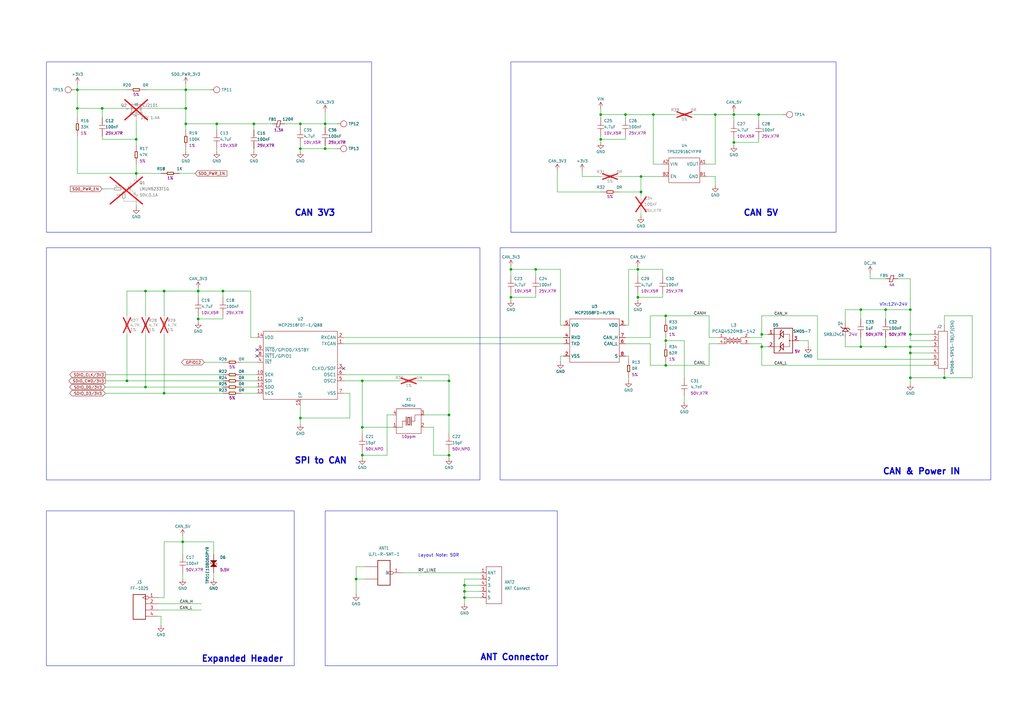
<source format=kicad_sch>
(kicad_sch (version 20231120) (generator "eeschema") (generator_version "8.0")
  (paper "A3")
  (title_block (title "reCamera Gimbal") (date "2024-10-22") (rev "v0.9"))
  (junction (at 148.59 186.69))
  (junction (at 88.9 50.8))
  (junction (at 312.42 137.16))
  (junction (at 52.07 156.21))
  (junction (at 363.22 142.24))
  (junction (at 256.54 46.99))
  (junction (at 146.05 237.49))
  (junction (at 55.88 71.12))
  (junction (at 209.55 121.92))
  (junction (at 219.71 110.49))
  (junction (at 190.5 240.03))
  (junction (at 373.38 142.24))
  (junction (at 209.55 110.49))
  (junction (at 267.97 46.99))
  (junction (at 373.38 137.16))
  (junction (at 261.62 121.92))
  (junction (at 67.31 161.29))
  (junction (at 262.89 78.74))
  (junction (at 311.15 46.99))
  (junction (at 74.93 222.25))
  (junction (at 262.89 72.39))
  (junction (at 31.75 44.45))
  (junction (at 41.91 44.45))
  (junction (at 59.69 119.38))
  (junction (at 353.06 127))
  (junction (at 300.99 58.42))
  (junction (at 363.22 127))
  (junction (at 387.35 154.94))
  (junction (at 373.38 144.78))
  (junction (at 67.31 119.38))
  (junction (at 184.15 156.21))
  (junction (at 123.19 50.8))
  (junction (at 373.38 154.94))
  (junction (at 133.35 60.96))
  (junction (at 76.2 44.45))
  (junction (at 261.62 110.49))
  (junction (at 148.59 175.26))
  (junction (at 76.2 36.83))
  (junction (at 246.38 57.15))
  (junction (at 91.44 119.38))
  (junction (at 81.28 130.81))
  (junction (at 273.05 129.54))
  (junction (at 76.2 50.8))
  (junction (at 81.28 119.38))
  (junction (at 353.06 142.24))
  (junction (at 184.15 186.69))
  (junction (at 148.59 156.21))
  (junction (at 59.69 158.75))
  (junction (at 273.05 149.86))
  (junction (at 123.19 60.96))
  (junction (at 184.15 170.18))
  (junction (at 246.38 46.99))
  (junction (at 55.88 57.15))
  (junction (at 293.37 46.99))
  (junction (at 312.42 142.24))
  (junction (at 373.38 127))
  (junction (at 123.19 171.45))
  (junction (at 31.75 36.83))
  (junction (at 273.05 139.7))
  (junction (at 300.99 46.99))
  (junction (at 133.35 50.8))
  (junction (at 104.14 50.8))
  (junction (at 190.5 242.57))
  (junction (at 190.5 245.11))
  (no_connect (at 105.41 146.05))
  (no_connect (at 105.41 143.51))
  (no_connect (at 140.97 151.13))
  (wire (pts (xy 335.28 147.32) (xy 382.27 147.32)))
  (wire (pts (xy 99.06 161.29) (xy 105.41 161.29)))
  (wire (pts (xy 387.35 129.54) (xy 398.78 129.54)))
  (wire (pts (xy 271.78 67.31) (xy 267.97 67.31)))
  (wire (pts (xy 87.63 227.33) (xy 87.63 222.25)))
  (wire (pts (xy 184.15 185.42) (xy 184.15 186.69)))
  (wire (pts (xy 311.15 49.53) (xy 311.15 46.99)))
  (wire (pts (xy 398.78 129.54) (xy 398.78 154.94)))
  (wire (pts (xy 81.28 119.38) (xy 81.28 121.92)))
  (wire (pts (xy 312.42 142.24) (xy 312.42 149.86)))
  (wire (pts (xy 289.56 67.31) (xy 293.37 67.31)))
  (wire (pts (xy 382.27 139.7) (xy 373.38 139.7)))
  (wire (pts (xy 76.2 44.45) (xy 76.2 50.8)))
  (wire (pts (xy 262.89 72.39) (xy 271.78 72.39)))
  (wire (pts (xy 143.51 161.29) (xy 143.51 171.45)))
  (wire (pts (xy 31.75 34.29) (xy 31.75 36.83)))
  (wire (pts (xy 76.2 34.29) (xy 76.2 36.83)))
  (wire (pts (xy 165.1 234.95) (xy 196.85 234.95)))
  (wire (pts (xy 99.06 158.75) (xy 105.41 158.75)))
  (wire (pts (xy 123.19 59.69) (xy 123.19 60.96)))
  (wire (pts (xy 59.69 129.54) (xy 59.69 119.38)))
  (wire (pts (xy 43.18 158.75) (xy 59.69 158.75)))
  (wire (pts (xy 133.35 50.8) (xy 138.43 50.8)))
  (wire (pts (xy 67.31 137.16) (xy 67.31 161.29)))
  (wire (pts (xy 261.62 110.49) (xy 261.62 113.03)))
  (wire (pts (xy 146.05 232.41) (xy 149.86 232.41)))
  (wire (pts (xy 373.38 154.94) (xy 373.38 157.48)))
  (wire (pts (xy 382.27 137.16) (xy 373.38 137.16)))
  (wire (pts (xy 387.35 154.94) (xy 398.78 154.94)))
  (wire (pts (xy 184.15 170.18) (xy 184.15 177.8)))
  (wire (pts (xy 307.34 138.43) (xy 312.42 138.43)))
  (wire (pts (xy 102.87 119.38) (xy 102.87 138.43)))
  (wire (pts (xy 363.22 138.43) (xy 363.22 142.24)))
  (wire (pts (xy 314.96 137.16) (xy 312.42 137.16)))
  (wire (pts (xy 238.76 72.39) (xy 238.76 69.85)))
  (wire (pts (xy 88.9 50.8) (xy 88.9 53.34)))
  (wire (pts (xy 273.05 129.54) (xy 273.05 130.81)))
  (wire (pts (xy 261.62 121.92) (xy 261.62 123.19)))
  (wire (pts (xy 387.35 133.35) (xy 387.35 129.54)))
  (wire (pts (xy 229.87 148.59) (xy 229.87 146.05)))
  (wire (pts (xy 262.89 78.74) (xy 262.89 80.01)))
  (wire (pts (xy 76.2 36.83) (xy 86.36 36.83)))
  (wire (pts (xy 312.42 149.86) (xy 382.27 149.86)))
  (wire (pts (xy 74.93 222.25) (xy 74.93 227.33)))
  (wire (pts (xy 177.8 186.69) (xy 184.15 186.69)))
  (wire (pts (xy 271.78 110.49) (xy 261.62 110.49)))
  (wire (pts (xy 184.15 156.21) (xy 184.15 170.18)))
  (wire (pts (xy 190.5 245.11) (xy 190.5 242.57)))
  (wire (pts (xy 190.5 245.11) (xy 196.85 245.11)))
  (wire (pts (xy 140.97 153.67) (xy 184.15 153.67)))
  (wire (pts (xy 148.59 156.21) (xy 148.59 175.26)))
  (wire (pts (xy 373.38 114.3) (xy 373.38 127)))
  (wire (pts (xy 87.63 222.25) (xy 74.93 222.25)))
  (wire (pts (xy 209.55 120.65) (xy 209.55 121.92)))
  (wire (pts (xy 373.38 144.78) (xy 373.38 142.24)))
  (wire (pts (xy 311.15 57.15) (xy 311.15 58.42)))
  (wire (pts (xy 76.2 60.96) (xy 76.2 62.23)))
  (wire (pts (xy 148.59 175.26) (xy 161.29 175.26)))
  (wire (pts (xy 52.07 137.16) (xy 52.07 156.21)))
  (wire (pts (xy 60.96 44.45) (xy 76.2 44.45)))
  (wire (pts (xy 140.97 140.97) (xy 231.14 140.97)))
  (wire (pts (xy 190.5 247.65) (xy 190.5 245.11)))
  (wire (pts (xy 55.88 83.82) (xy 55.88 85.09)))
  (wire (pts (xy 91.44 119.38) (xy 102.87 119.38)))
  (wire (pts (xy 254 78.74) (xy 262.89 78.74)))
  (wire (pts (xy 59.69 158.75) (xy 91.44 158.75)))
  (wire (pts (xy 209.55 109.22) (xy 209.55 110.49)))
  (wire (pts (xy 373.38 139.7) (xy 373.38 137.16)))
  (wire (pts (xy 229.87 110.49) (xy 219.71 110.49)))
  (wire (pts (xy 161.29 170.18) (xy 158.75 170.18)))
  (wire (pts (xy 91.44 130.81) (xy 81.28 130.81)))
  (wire (pts (xy 52.07 119.38) (xy 59.69 119.38)))
  (wire (pts (xy 267.97 67.31) (xy 267.97 46.99)))
  (wire (pts (xy 256.54 57.15) (xy 246.38 57.15)))
  (wire (pts (xy 104.14 50.8) (xy 104.14 53.34)))
  (wire (pts (xy 346.71 127) (xy 353.06 127)))
  (wire (pts (xy 246.38 78.74) (xy 228.6 78.74)))
  (wire (pts (xy 91.44 148.59) (xy 83.82 148.59)))
  (wire (pts (xy 387.35 154.94) (xy 387.35 153.67)))
  (wire (pts (xy 273.05 149.86) (xy 290.83 149.86)))
  (wire (pts (xy 273.05 139.7) (xy 273.05 140.97)))
  (wire (pts (xy 123.19 166.37) (xy 123.19 171.45)))
  (wire (pts (xy 273.05 138.43) (xy 273.05 139.7)))
  (wire (pts (xy 133.35 50.8) (xy 133.35 52.07)))
  (wire (pts (xy 246.38 44.45) (xy 246.38 46.99)))
  (wire (pts (xy 31.75 36.83) (xy 52.07 36.83)))
  (wire (pts (xy 123.19 60.96) (xy 123.19 62.23)))
  (wire (pts (xy 289.56 72.39) (xy 293.37 72.39)))
  (wire (pts (xy 256.54 133.35) (xy 257.81 133.35)))
  (wire (pts (xy 66.04 252.73) (xy 66.04 256.54)))
  (wire (pts (xy 256.54 138.43) (xy 266.7 138.43)))
  (wire (pts (xy 52.07 156.21) (xy 91.44 156.21)))
  (wire (pts (xy 123.19 171.45) (xy 123.19 173.99)))
  (wire (pts (xy 81.28 129.54) (xy 81.28 130.81)))
  (wire (pts (xy 133.35 59.69) (xy 133.35 60.96)))
  (wire (pts (xy 346.71 132.08) (xy 346.71 127)))
  (wire (pts (xy 133.35 60.96) (xy 123.19 60.96)))
  (wire (pts (xy 254 72.39) (xy 262.89 72.39)))
  (wire (pts (xy 311.15 46.99) (xy 321.31 46.99)))
  (wire (pts (xy 41.91 57.15) (xy 55.88 57.15)))
  (wire (pts (xy 273.05 129.54) (xy 290.83 129.54)))
  (wire (pts (xy 346.71 138.43) (xy 346.71 142.24)))
  (wire (pts (xy 368.3 114.3) (xy 373.38 114.3)))
  (wire (pts (xy 271.78 120.65) (xy 271.78 121.92)))
  (wire (pts (xy 104.14 60.96) (xy 104.14 62.23)))
  (wire (pts (xy 373.38 154.94) (xy 387.35 154.94)))
  (wire (pts (xy 300.99 57.15) (xy 300.99 58.42)))
  (wire (pts (xy 246.38 57.15) (xy 246.38 58.42)))
  (wire (pts (xy 81.28 130.81) (xy 81.28 132.08)))
  (wire (pts (xy 257.81 154.94) (xy 257.81 156.21)))
  (wire (pts (xy 300.99 58.42) (xy 300.99 59.69)))
  (wire (pts (xy 158.75 170.18) (xy 158.75 186.69)))
  (wire (pts (xy 76.2 36.83) (xy 76.2 44.45)))
  (wire (pts (xy 99.06 153.67) (xy 105.41 153.67)))
  (wire (pts (xy 88.9 50.8) (xy 104.14 50.8)))
  (wire (pts (xy 363.22 142.24) (xy 373.38 142.24)))
  (wire (pts (xy 257.81 146.05) (xy 257.81 147.32)))
  (wire (pts (xy 246.38 46.99) (xy 246.38 48.26)))
  (wire (pts (xy 177.8 175.26) (xy 177.8 186.69)))
  (wire (pts (xy 273.05 148.59) (xy 273.05 149.86)))
  (wire (pts (xy 246.38 72.39) (xy 238.76 72.39)))
  (wire (pts (xy 261.62 120.65) (xy 261.62 121.92)))
  (wire (pts (xy 219.71 121.92) (xy 209.55 121.92)))
  (wire (pts (xy 52.07 129.54) (xy 52.07 119.38)))
  (wire (pts (xy 64.77 247.65) (xy 82.55 247.65)))
  (wire (pts (xy 123.19 50.8) (xy 133.35 50.8)))
  (wire (pts (xy 294.64 140.97) (xy 290.83 140.97)))
  (wire (pts (xy 273.05 139.7) (xy 280.67 139.7)))
  (wire (pts (xy 43.18 153.67) (xy 91.44 153.67)))
  (wire (pts (xy 102.87 138.43) (xy 105.41 138.43)))
  (wire (pts (xy 257.81 146.05) (xy 256.54 146.05)))
  (wire (pts (xy 148.59 175.26) (xy 148.59 177.8)))
  (wire (pts (xy 55.88 71.12) (xy 55.88 72.39)))
  (wire (pts (xy 30.48 36.83) (xy 31.75 36.83)))
  (wire (pts (xy 67.31 245.11) (xy 64.77 245.11)))
  (wire (pts (xy 293.37 46.99) (xy 300.99 46.99)))
  (wire (pts (xy 262.89 78.74) (xy 262.89 72.39)))
  (wire (pts (xy 209.55 110.49) (xy 209.55 113.03)))
  (wire (pts (xy 256.54 55.88) (xy 256.54 57.15)))
  (wire (pts (xy 312.42 140.97) (xy 312.42 142.24)))
  (wire (pts (xy 229.87 146.05) (xy 231.14 146.05)))
  (wire (pts (xy 229.87 110.49) (xy 229.87 133.35)))
  (wire (pts (xy 271.78 121.92) (xy 261.62 121.92)))
  (wire (pts (xy 219.71 113.03) (xy 219.71 110.49)))
  (wire (pts (xy 87.63 234.95) (xy 87.63 237.49)))
  (wire (pts (xy 256.54 140.97) (xy 266.7 140.97)))
  (wire (pts (xy 257.81 110.49) (xy 261.62 110.49)))
  (wire (pts (xy 41.91 55.88) (xy 41.91 57.15)))
  (wire (pts (xy 284.48 46.99) (xy 293.37 46.99)))
  (wire (pts (xy 55.88 57.15) (xy 55.88 59.69)))
  (wire (pts (xy 290.83 140.97) (xy 290.83 149.86)))
  (wire (pts (xy 261.62 109.22) (xy 261.62 110.49)))
  (wire (pts (xy 171.45 156.21) (xy 184.15 156.21)))
  (wire (pts (xy 307.34 140.97) (xy 312.42 140.97)))
  (wire (pts (xy 311.15 58.42) (xy 300.99 58.42)))
  (wire (pts (xy 67.31 161.29) (xy 91.44 161.29)))
  (wire (pts (xy 262.89 87.63) (xy 262.89 88.9)))
  (wire (pts (xy 146.05 243.84) (xy 146.05 237.49)))
  (wire (pts (xy 312.42 129.54) (xy 335.28 129.54)))
  (wire (pts (xy 148.59 156.21) (xy 163.83 156.21)))
  (wire (pts (xy 123.19 50.8) (xy 123.19 52.07)))
  (wire (pts (xy 31.75 44.45) (xy 41.91 44.45)))
  (wire (pts (xy 173.99 175.26) (xy 177.8 175.26)))
  (wire (pts (xy 31.75 71.12) (xy 55.88 71.12)))
  (wire (pts (xy 158.75 186.69) (xy 148.59 186.69)))
  (wire (pts (xy 267.97 46.99) (xy 256.54 46.99)))
  (wire (pts (xy 140.97 161.29) (xy 143.51 161.29)))
  (wire (pts (xy 256.54 48.26) (xy 256.54 46.99)))
  (wire (pts (xy 190.5 240.03) (xy 196.85 240.03)))
  (wire (pts (xy 190.5 237.49) (xy 196.85 237.49)))
  (wire (pts (xy 173.99 170.18) (xy 184.15 170.18)))
  (wire (pts (xy 67.31 119.38) (xy 81.28 119.38)))
  (wire (pts (xy 312.42 138.43) (xy 312.42 137.16)))
  (wire (pts (xy 140.97 138.43) (xy 231.14 138.43)))
  (wire (pts (xy 64.77 252.73) (xy 66.04 252.73)))
  (wire (pts (xy 373.38 127) (xy 373.38 137.16)))
  (wire (pts (xy 41.91 44.45) (xy 50.8 44.45)))
  (wire (pts (xy 331.47 139.7) (xy 327.66 139.7)))
  (wire (pts (xy 190.5 240.03) (xy 190.5 237.49)))
  (wire (pts (xy 266.7 129.54) (xy 273.05 129.54)))
  (wire (pts (xy 209.55 121.92) (xy 209.55 123.19)))
  (wire (pts (xy 266.7 149.86) (xy 273.05 149.86)))
  (wire (pts (xy 373.38 144.78) (xy 373.38 154.94)))
  (wire (pts (xy 104.14 50.8) (xy 111.76 50.8)))
  (wire (pts (xy 356.87 114.3) (xy 356.87 111.76)))
  (wire (pts (xy 59.69 36.83) (xy 76.2 36.83)))
  (wire (pts (xy 91.44 129.54) (xy 91.44 130.81)))
  (wire (pts (xy 55.88 71.12) (xy 66.04 71.12)))
  (wire (pts (xy 146.05 237.49) (xy 146.05 232.41)))
  (wire (pts (xy 373.38 142.24) (xy 382.27 142.24)))
  (wire (pts (xy 231.14 133.35) (xy 229.87 133.35)))
  (wire (pts (xy 311.15 46.99) (xy 300.99 46.99)))
  (wire (pts (xy 88.9 60.96) (xy 88.9 62.23)))
  (wire (pts (xy 67.31 222.25) (xy 74.93 222.25)))
  (wire (pts (xy 148.59 185.42) (xy 148.59 186.69)))
  (wire (pts (xy 312.42 129.54) (xy 312.42 137.16)))
  (wire (pts (xy 190.5 242.57) (xy 190.5 240.03)))
  (wire (pts (xy 55.88 49.53) (xy 55.88 57.15)))
  (wire (pts (xy 41.91 44.45) (xy 41.91 48.26)))
  (wire (pts (xy 59.69 137.16) (xy 59.69 158.75)))
  (wire (pts (xy 184.15 153.67) (xy 184.15 156.21)))
  (wire (pts (xy 74.93 234.95) (xy 74.93 237.49)))
  (wire (pts (xy 257.81 133.35) (xy 257.81 110.49)))
  (wire (pts (xy 280.67 139.7) (xy 280.67 154.94)))
  (wire (pts (xy 246.38 55.88) (xy 246.38 57.15)))
  (wire (pts (xy 219.71 120.65) (xy 219.71 121.92)))
  (wire (pts (xy 293.37 72.39) (xy 293.37 76.2)))
  (wire (pts (xy 353.06 138.43) (xy 353.06 142.24)))
  (wire (pts (xy 271.78 113.03) (xy 271.78 110.49)))
  (wire (pts (xy 353.06 130.81) (xy 353.06 127)))
  (wire (pts (xy 228.6 78.74) (xy 228.6 69.85)))
  (wire (pts (xy 219.71 110.49) (xy 209.55 110.49)))
  (wire (pts (xy 76.2 50.8) (xy 88.9 50.8)))
  (wire (pts (xy 140.97 156.21) (xy 148.59 156.21)))
  (wire (pts (xy 67.31 222.25) (xy 67.31 245.11)))
  (wire (pts (xy 346.71 142.24) (xy 353.06 142.24)))
  (wire (pts (xy 266.7 140.97) (xy 266.7 149.86)))
  (wire (pts (xy 81.28 119.38) (xy 91.44 119.38)))
  (wire (pts (xy 256.54 46.99) (xy 246.38 46.99)))
  (wire (pts (xy 363.22 127) (xy 373.38 127)))
  (wire (pts (xy 353.06 127) (xy 363.22 127)))
  (wire (pts (xy 74.93 219.71) (xy 74.93 222.25)))
  (wire (pts (xy 31.75 55.88) (xy 31.75 71.12)))
  (wire (pts (xy 76.2 50.8) (xy 76.2 53.34)))
  (wire (pts (xy 353.06 142.24) (xy 363.22 142.24)))
  (wire (pts (xy 148.59 186.69) (xy 148.59 187.96)))
  (wire (pts (xy 363.22 114.3) (xy 356.87 114.3)))
  (wire (pts (xy 41.91 77.47) (xy 44.45 77.47)))
  (wire (pts (xy 64.77 250.19) (xy 82.55 250.19)))
  (wire (pts (xy 363.22 130.81) (xy 363.22 127)))
  (wire (pts (xy 373.38 144.78) (xy 382.27 144.78)))
  (wire (pts (xy 43.18 156.21) (xy 52.07 156.21)))
  (wire (pts (xy 133.35 60.96) (xy 138.43 60.96)))
  (wire (pts (xy 133.35 45.72) (xy 133.35 50.8)))
  (wire (pts (xy 184.15 186.69) (xy 184.15 187.96)))
  (wire (pts (xy 266.7 138.43) (xy 266.7 129.54)))
  (wire (pts (xy 99.06 148.59) (xy 105.41 148.59)))
  (wire (pts (xy 73.66 71.12) (xy 80.01 71.12)))
  (wire (pts (xy 300.99 45.72) (xy 300.99 46.99)))
  (wire (pts (xy 294.64 138.43) (xy 290.83 138.43)))
  (wire (pts (xy 290.83 138.43) (xy 290.83 129.54)))
  (wire (pts (xy 190.5 242.57) (xy 196.85 242.57)))
  (wire (pts (xy 280.67 162.56) (xy 280.67 165.1)))
  (wire (pts (xy 31.75 36.83) (xy 31.75 44.45)))
  (wire (pts (xy 43.18 161.29) (xy 67.31 161.29)))
  (wire (pts (xy 91.44 121.92) (xy 91.44 119.38)))
  (wire (pts (xy 267.97 46.99) (xy 276.86 46.99)))
  (wire (pts (xy 335.28 129.54) (xy 335.28 147.32)))
  (wire (pts (xy 146.05 237.49) (xy 149.86 237.49)))
  (wire (pts (xy 331.47 142.24) (xy 331.47 139.7)))
  (wire (pts (xy 143.51 171.45) (xy 123.19 171.45)))
  (wire (pts (xy 55.88 67.31) (xy 55.88 71.12)))
  (wire (pts (xy 300.99 46.99) (xy 300.99 49.53)))
  (wire (pts (xy 67.31 119.38) (xy 59.69 119.38)))
  (wire (pts (xy 293.37 67.31) (xy 293.37 46.99)))
  (wire (pts (xy 67.31 129.54) (xy 67.31 119.38)))
  (wire (pts (xy 31.75 44.45) (xy 31.75 48.26)))
  (wire (pts (xy 99.06 156.21) (xy 105.41 156.21)))
  (wire (pts (xy 116.84 50.8) (xy 123.19 50.8)))
  (wire (pts (xy 81.28 118.11) (xy 81.28 119.38)))
  (wire (pts (xy 314.96 142.24) (xy 312.42 142.24)))
  (rectangle (start 133.35 209.55) (end 228.6 273.05))
  (rectangle (start 205.105 101.6) (end 406.4 196.85))
  (rectangle (start 19.05 101.6) (end 196.85 196.85))
  (rectangle (start 19.05 25.4) (end 152.4 95.25))
  (rectangle (start 209.55 25.4) (end 342.9 95.25))
  (rectangle (start 19.05 209.55) (end 120.65 273.05))
  (text "Layout Note: 50R" (at 171.45 228.6 0) (effects (font (size 1.27 1.27)) (justify left bottom)))
  (text "ANT Connector" (at 196.85 271.145 0) (effects (font (size 2.54 2.54) (thickness 0.508) (bold yes)) (justify left bottom)))
  (text "SPI to CAN" (at 120.65 190.5 0) (effects (font (size 2.54 2.54) (thickness 0.508) (bold yes)) (justify left bottom)))
  (text "Expanded Header" (at 82.55 271.78 0) (effects (font (size 2.54 2.54) (thickness 0.508) (bold yes)) (justify left bottom)))
  (text "CAN 3V3" (at 120.65 88.9 0) (effects (font (size 2.54 2.54) (thickness 0.508) (bold yes)) (justify left bottom)))
  (text "CAN 5V" (at 304.8 88.9 0) (effects (font (size 2.54 2.54) (thickness 0.508) (bold yes)) (justify left bottom)))
  (text "Vin:12V~24V" (at 360.68 125.73 0) (effects (font (size 1.27 1.27)) (justify left bottom)))
  (text "CAN & Power IN" (at 361.95 194.945 0) (effects (font (size 2.54 2.54) (thickness 0.508) (bold yes)) (justify left bottom)))
  (label "CAN_L" (at 73.66 250.19 0) (effects (font (size 1.143 1.143))))
  (label "CANH" (at 284.48 129.54 0))
  (label "RF_LINE" (at 171.45 234.95 0))
  (label "CAN_L" (at 317.5 149.86 0) (effects (font (size 1.143 1.143))))
  (label "CANL" (at 284.48 149.86 0))
  (label "CAN_H" (at 317.5 129.54 0) (effects (font (size 1.143 1.143))))
  (label "CAN_H" (at 73.66 247.65 0) (effects (font (size 1.143 1.143))))
  (global_label "SDIO_D0{slash}3V3" (shape bidirectional) (at 43.18 158.75 180) (effects (font (size 1.143 1.143))) (property "Intersheetrefs" "${INTERSHEET_REFS}" (effects (hide yes))))
  (global_label "SDIO_CLK{slash}3V3" (shape output) (at 43.18 153.67 180) (effects (font (size 1.143 1.143))) (property "Intersheetrefs" "${INTERSHEET_REFS}" (effects (hide yes))))
  (global_label "SDIO_D3{slash}3V3" (shape bidirectional) (at 43.18 161.29 180) (effects (font (size 1.143 1.143))) (property "Intersheetrefs" "${INTERSHEET_REFS}" (effects (hide yes))))
  (global_label "GPIO12" (shape bidirectional) (at 83.82 148.59 180) (effects (font (size 1.143 1.143))) (property "Intersheetrefs" "${INTERSHEET_REFS}" (effects (hide yes))))
  (global_label "SD0_PWR_EN" (shape input) (at 41.91 77.47 180) (effects (font (size 1.143 1.143))) (property "Intersheetrefs" "${INTERSHEET_REFS}" (effects (hide yes))))
  (global_label "SD0_PWR_EN" (shape input) (at 80.01 71.12 0) (effects (font (size 1.143 1.143))) (property "Intersheetrefs" "${INTERSHEET_REFS}" (effects (hide yes))))
  (global_label "SDIO_CMD{slash}3V3" (shape output) (at 43.18 156.21 180) (effects (font (size 1.143 1.143))) (property "Intersheetrefs" "${INTERSHEET_REFS}" (effects (hide yes))))
  (symbol (lib_id "Seeed_libdb:Capacitors/302013253") (at 209.55 116.84 0) (unit 1)
    (property "Reference" "C23" (at 210.82 114.3 0) (effects (font (size 1.143 1.143)) (justify left)))
    (property "Value" "4.7uF" (at 210.82 116.84 0) (effects (font (size 1.143 1.143)) (justify left)))
    (property "Footprint" "Capacitor:C0603" (effects (hide yes)))
    (property "Description" "SMD CAP Ceramic 4.7uF-10V-10%-X5R;0603" (effects (hide yes)))
    (property "Manufacturer" "Samsung" (effects (hide yes)))
    (property "MPN" "CL10A475KP8NNNC" (effects (hide yes)))
    (property "SKU" "302013253" (effects (hide yes)))
    (property "Part Type" "Ceramic" (effects (hide yes)))
    (property "Voltage Rating" "10V,X5R" (at 210.82 119.38 0) (effects (font (size 1.143 1.143)) (justify left)))
    (property "Status" "reSpeaker" (effects (hide yes)))
    (property "Temperature" "-55°C to 85°C" (effects (hide yes)))
    (property "Priority" "A" (effects (hide yes)))
  )
  (symbol (lib_id "power:GND") (at 123.19 62.23 0) (unit 1)
    (property "Reference" "#PWR066" (effects (hide yes)))
    (property "Value" "GND" (at 123.19 66.04 0) (effects (font (size 1.143 1.143))))
    (property "Description" "Power symbol creates a global label with name \"GND\" , ground" (effects (hide yes)))
  )
  (symbol (lib_id "Seeed_libdb:Connector/320111077") (at 157.48 234.95 180) (unit 1)
    (property "Reference" "ANT1" (at 157.48 224.79 0) (effects (font (size 1.27 1.0795))))
    (property "Value" "U.FL-R-SMT-1" (at 157.48 227.33 0) (effects (font (size 1.27 1.0795))))
    (property "Footprint" "Connector:U-FL3P-SMD-2.6X2.6X1.0MM" (effects (hide yes)))
    (property "Description" "SMD U-FL Female CONN-Gold;3P-L2.6*W2.6*H1.25mm" (effects (hide yes)))
    (property "Manufacturer" "HRS" (effects (hide yes)))
    (property "MPN" "U.FL-R-SMT-1" (effects (hide yes)))
    (property "SKU" "320111077" (effects (hide yes)))
    (property "Part Type" "ANT" (effects (hide yes)))
    (property "Temperature" "-40°C to 90°C" (effects (hide yes)))
  )
  (symbol (lib_id "power:+3V3") (at 74.93 219.71 0) (unit 1)
    (property "Reference" "#PWR060" (effects (hide yes)))
    (property "Value" "CAN_5V" (at 74.93 215.9 0) (effects (font (size 1.143 1.143))))
    (property "Description" "Power symbol creates a global label with name \"+3V3\"" (effects (hide yes)))
  )
  (symbol (lib_id "power:GND") (at 81.28 132.08 0) (unit 1)
    (property "Reference" "#PWR030" (effects (hide yes)))
    (property "Value" "GND" (at 81.28 135.89 0) (effects (font (size 1.143 1.143))))
    (property "Description" "Power symbol creates a global label with name \"GND\" , ground" (effects (hide yes)))
  )
  (symbol (lib_id "Seeed_libdb:Capacitors/302010024") (at 219.71 116.84 0) (unit 1)
    (property "Reference" "C24" (at 220.98 114.3 0) (effects (font (size 1.143 1.143)) (justify left)))
    (property "Value" "100nF" (at 220.98 116.84 0) (effects (font (size 1.143 1.143)) (justify left)))
    (property "Footprint" "Capacitor:C0402" (effects (hide yes)))
    (property "Description" "SMD CAP Ceramic 100nF-25V-10%-X7R;0402" (effects (hide yes)))
    (property "Manufacturer" "YAGEO" (effects (hide yes)))
    (property "MPN" "CC0402KRX7R8BB104" (effects (hide yes)))
    (property "SKU" "302010024" (effects (hide yes)))
    (property "Part Type" "Ceramic" (effects (hide yes)))
    (property "Voltage Rating" "25V,X7R" (at 220.98 119.38 0) (effects (font (size 1.143 1.143)) (justify left)))
    (property "Status" "BeagleBone Carrier Board" (effects (hide yes)))
    (property "Temperature" "-55°C to 125°C" (effects (hide yes)))
  )
  (symbol (lib_id "Seeed_libdb:Resistors/301010000") (at 250.19 72.39 0) (unit 1) (dnp yes)
    (property "Reference" "R31" (at 246.38 70.485 0) (effects (font (size 1.143 1.143))))
    (property "Value" "0R" (at 254 70.485 0) (effects (font (size 1.143 1.143))))
    (property "Footprint" "Resistor:R0402" (effects (hide yes)))
    (property "Description" "SMD RES 0R-5%-1/16W;0402" (effects (hide yes)))
    (property "Manufacturer" "YAGEO" (effects (hide yes)))
    (property "MPN" "RC0402JR-070RL" (effects (hide yes)))
    (property "SKU" "301010000" (effects (hide yes)))
    (property "Resistance" "0R" (effects (hide yes)))
    (property "Part Type" "RES" (effects (hide yes)))
    (property "Power Rating" "5%" (at 250.19 74.295 0) (effects (font (size 1.143 1.143))))
    (property "Status" "BeagleBone Carrier Board" (effects (hide yes)))
    (property "Temperature" "-55°C to 155°C" (effects (hide yes)))
  )
  (symbol (lib_id "power:GND") (at 148.59 187.96 0) (unit 1)
    (property "Reference" "#PWR033" (effects (hide yes)))
    (property "Value" "GND" (at 148.59 191.77 0) (effects (font (size 1.143 1.143))))
    (property "Description" "Power symbol creates a global label with name \"GND\" , ground" (effects (hide yes)))
  )
  (symbol (lib_id "Seeed_libdb:Ic/310031638") (at 279.4 69.85 0) (unit 1)
    (property "Reference" "U4" (at 280.67 59.69 0) (effects (font (size 1.143 1.143))))
    (property "Value" "TPS22916CYFPR" (at 280.67 62.23 0) (effects (font (size 1.143 1.143))))
    (property "Footprint" "Ic:WLCSP4-0.4-0.77X0.77X0.33MM" (effects (hide yes)))
    (property "Description" "SMD IC LOW RON LOAD SWITCH;5.5V-2A;4-DSBGA" (effects (hide yes)))
    (property "Manufacturer" "TI" (effects (hide yes)))
    (property "MPN" "TPS22916CYFPR" (effects (hide yes)))
    (property "SKU" "310031638" (effects (hide yes)))
    (property "Part Type" "IC" (effects (hide yes)))
    (property "Status" "Friend" (effects (hide yes)))
    (property "Temperature" "-40°C to 85°C" (effects (hide yes)))
    (property "Priority" "A" (effects (hide yes)))
  )
  (symbol (lib_id "Seeed_libdb:Misc/TP45C_SMD") (at 27.94 36.83 180) (unit 1)
    (property "Reference" "TP15" (at 26.035 36.83 0) (effects (font (size 1.143 1.143)) (justify left)))
    (property "Value" "Test Point" (effects (hide yes)))
    (property "Footprint" "Misc:TP-D45MIL" (effects (hide yes)))
    (property "Description" "Test Point;TP45C_SMD" (effects (hide yes)))
    (property "SKU" "TP45C_SMD" (effects (hide yes)))
    (property "Part Type" "Test Point" (effects (hide yes)))
  )
  (symbol (lib_id "power:GND") (at 229.87 148.59 0) (unit 1)
    (property "Reference" "#PWR037" (effects (hide yes)))
    (property "Value" "GND" (at 229.87 152.4 0) (effects (font (size 1.143 1.143))))
    (property "Description" "Power symbol creates a global label with name \"GND\" , ground" (effects (hide yes)))
  )
  (symbol (lib_id "power:GND") (at 88.9 62.23 0) (unit 1)
    (property "Reference" "#PWR023" (effects (hide yes)))
    (property "Value" "GND" (at 88.9 66.04 0) (effects (font (size 1.143 1.143))))
    (property "Description" "Power symbol creates a global label with name \"GND\" , ground" (effects (hide yes)))
  )
  (symbol (lib_id "Seeed_libdb:Diode/304051161") (at 346.71 134.62 90) (unit 1)
    (property "Reference" "D4" (at 343.535 132.715 90) (effects (font (size 1.27 1.0795)) (justify right)))
    (property "Value" "SMBJ24CA" (at 337.82 137.16 90) (effects (font (size 1.27 1.0795)) (justify right)))
    (property "Footprint" "Diode:DO-214AA_SMB" (effects (hide yes)))
    (property "Description" "SMD Diode TVS 24VWM 29.5V;SMB" (effects (hide yes)))
    (property "Manufacturer" "Brightking" (effects (hide yes)))
    (property "MPN" "SMBJ24CA" (effects (hide yes)))
    (property "SKU" "304051161" (effects (hide yes)))
    (property "Part Type" "TVS" (effects (hide yes)))
    (property "Rating" "24V" (at 347.98 137.16 90) (effects (justify right)))
    (property "Status" "reCamera Gimbal" (effects (hide yes)))
    (property "Temperature" "-65°C to 150°C" (effects (hide yes)))
  )
  (symbol (lib_id "Seeed_libdb:Resistors/301010005") (at 55.88 63.5 90) (unit 1)
    (property "Reference" "R17" (at 57.15 60.9599 90) (effects (font (size 1.143 1.143)) (justify right)))
    (property "Value" "47K" (at 57.15 63.4999 90) (effects (font (size 1.143 1.143)) (justify right)))
    (property "Footprint" "Resistor:R0402" (effects (hide yes)))
    (property "Description" "SMD RES 47K-5%-1/16W;0402" (effects (hide yes)))
    (property "Manufacturer" "YAGEO" (effects (hide yes)))
    (property "MPN" "RC0402JR-0747KL" (effects (hide yes)))
    (property "SKU" "301010005" (effects (hide yes)))
    (property "Resistance" "47K" (effects (hide yes)))
    (property "Part Type" "RES" (effects (hide yes)))
    (property "Power Rating" "5%" (at 57.15 66.0399 90) (effects (font (size 1.143 1.143)) (justify right)))
    (property "Status" "reSpeaker" (effects (hide yes)))
    (property "Temperature" "-55°C to 155°C" (effects (hide yes)))
  )
  (symbol (lib_id "Seeed_libdb:Mosfet/305030084") (at 55.88 44.45 270) (mirror x) (unit 1) (dnp yes)
    (property "Reference" "Q2" (at 50.8 43.18 90) (effects (font (size 1.143 1.143))))
    (property "Value" "CJ2101" (at 61.595 43.18 90) (effects (font (size 1.143 1.143))))
    (property "Footprint" "Mosfet:SOT-323" (effects (hide yes)))
    (property "Description" "SMD MOSFET P-CH 20V-2.1A;SOT-323" (effects (hide yes)))
    (property "Manufacturer" "CJ" (effects (hide yes)))
    (property "MPN" "CJ2101" (effects (hide yes)))
    (property "SKU" "305030084" (effects (hide yes)))
    (property "Part Type" "PMOS" (effects (hide yes)))
    (property "Rating" "20V 1.4A" (at 61.595 48.26 90) (effects (font (size 1.143 1.143))))
    (property "Status" "ST" (effects (hide yes)))
  )
  (symbol (lib_id "Seeed_libdb:Resistors/301010000") (at 95.25 153.67 0) (unit 1)
    (property "Reference" "R22" (at 91.44 152.4 0) (effects (font (size 1.143 1.143))))
    (property "Value" "0R" (at 99.06 152.4 0) (effects (font (size 1.143 1.143))))
    (property "Footprint" "Resistor:R0402" (effects (hide yes)))
    (property "Description" "SMD RES 0R-5%-1/16W;0402" (effects (hide yes)))
    (property "Manufacturer" "YAGEO" (effects (hide yes)))
    (property "MPN" "RC0402JR-070RL" (effects (hide yes)))
    (property "SKU" "301010000" (effects (hide yes)))
    (property "Resistance" "0R" (effects (hide yes)))
    (property "Part Type" "RES" (effects (hide yes)))
    (property "Power Rating" "5%" (effects (hide yes)))
    (property "Status" "BeagleBone Carrier Board" (effects (hide yes)))
    (property "Temperature" "-55°C to 155°C" (effects (hide yes)))
  )
  (symbol (lib_id "Seeed_libdb:Resistors/301010000") (at 95.25 156.21 0) (unit 1)
    (property "Reference" "R24" (at 91.44 154.94 0) (effects (font (size 1.143 1.143))))
    (property "Value" "0R" (at 99.06 154.94 0) (effects (font (size 1.143 1.143))))
    (property "Footprint" "Resistor:R0402" (effects (hide yes)))
    (property "Description" "SMD RES 0R-5%-1/16W;0402" (effects (hide yes)))
    (property "Manufacturer" "YAGEO" (effects (hide yes)))
    (property "MPN" "RC0402JR-070RL" (effects (hide yes)))
    (property "SKU" "301010000" (effects (hide yes)))
    (property "Resistance" "0R" (effects (hide yes)))
    (property "Part Type" "RES" (effects (hide yes)))
    (property "Power Rating" "5%" (effects (hide yes)))
    (property "Status" "BeagleBone Carrier Board" (effects (hide yes)))
    (property "Temperature" "-55°C to 155°C" (effects (hide yes)))
  )
  (symbol (lib_id "Seeed_libdb:Capacitors/302010322") (at 353.06 134.62 0) (unit 1)
    (property "Reference" "C33" (at 354.965 132.08 0) (effects (font (size 1.143 1.143)) (justify left)))
    (property "Value" "1uF" (at 354.965 134.62 0) (effects (font (size 1.143 1.143)) (justify left)))
    (property "Footprint" "Capacitor:C0805" (effects (hide yes)))
    (property "Description" "SMD CAP Ceramic 1uF-50V-10%-X7R;0805" (effects (hide yes)))
    (property "Manufacturer" "YAGEO" (effects (hide yes)))
    (property "MPN" "CC0805KKX7R9BB105" (effects (hide yes)))
    (property "SKU" "302010322" (effects (hide yes)))
    (property "Part Type" "Ceramic" (effects (hide yes)))
    (property "Voltage Rating" "50V,X7R" (at 354.965 137.16 0) (effects (font (size 1.143 1.143)) (justify left)))
    (property "Status" "Testo PoE" (effects (hide yes)))
    (property "Temperature" "-55°C to 125°C" (effects (hide yes)))
  )
  (symbol (lib_id "Seeed_libdb:OSC & XTAL/306011483") (at 167.64 172.72 0) (unit 1)
    (property "Reference" "X1" (at 167.64 163.83 0) (effects (font (size 1.143 1.143))))
    (property "Value" "40MHz" (at 167.64 166.37 0) (effects (font (size 1.143 1.143))))
    (property "Footprint" "Crystal:X4-SMD-2.0X1.6MM" (effects (hide yes)))
    (property "Description" "SMD Crystal 40MHz-9pF-10ppm-40R;4P-L2.0*W1.6*H0.5mm" (effects (hide yes)))
    (property "Manufacturer" "东晶电子" (effects (hide yes)))
    (property "MPN" "Y4000Fc001" (effects (hide yes)))
    (property "SKU" "306011483" (effects (hide yes)))
    (property "Part Type" "Crystal" (effects (hide yes)))
    (property "Rating" "10ppm" (at 167.64 179.07 0) (effects (font (size 1.143 1.143))))
    (property "Status" "XIAO C3" (effects (hide yes)))
    (property "Temperature" "-40°C to 85°C" (effects (hide yes)))
  )
  (symbol (lib_id "power:+3V3") (at 31.75 34.29 0) (unit 1)
    (property "Reference" "#PWR011" (effects (hide yes)))
    (property "Value" "+3V3" (at 31.75 30.48 0) (effects (font (size 1.143 1.143))))
    (property "Description" "Power symbol creates a global label with name \"+3V3\"" (effects (hide yes)))
  )
  (symbol (lib_id "Seeed_libdb:Ferrite Bead/303030040") (at 114.3 50.8 0) (unit 1)
    (property "Reference" "FB1" (at 111.76 48.895 0) (effects (font (size 1.143 1.143))))
    (property "Value" "120R" (at 118.11 48.895 0) (effects (font (size 1.143 1.143))))
    (property "Footprint" "Inductor:L0402" (effects (hide yes)))
    (property "Description" "SMD Ferrite Bead 120R-1.3A;0402" (effects (hide yes)))
    (property "Manufacturer" "Murata" (effects (hide yes)))
    (property "MPN" "BLM15PD121SN1D" (effects (hide yes)))
    (property "SKU" "303030040" (effects (hide yes)))
    (property "Part Type" "Ferrite Bead" (effects (hide yes)))
    (property "Rating" "1.3A" (at 114.3 53.34 0) (effects (font (size 1.143 1.143))))
    (property "Status" "BeagleBone Carrier Board" (effects (hide yes)))
    (property "Temperature" "-55°C to 125°C" (effects (hide yes)))
  )
  (symbol (lib_id "power:GND") (at 146.05 243.84 0) (unit 1)
    (property "Reference" "#PWR064" (effects (hide yes)))
    (property "Value" "GND" (at 146.05 247.65 0) (effects (font (size 1.143 1.143))))
    (property "Description" "Power symbol creates a global label with name \"GND\" , ground" (effects (hide yes)))
  )
  (symbol (lib_id "Seeed_libdb:Capacitors/302010024") (at 91.44 125.73 0) (unit 1)
    (property "Reference" "C18" (at 92.71 123.19 0) (effects (font (size 1.143 1.143)) (justify left)))
    (property "Value" "100nF" (at 92.71 125.73 0) (effects (font (size 1.143 1.143)) (justify left)))
    (property "Footprint" "Capacitor:C0402" (effects (hide yes)))
    (property "Description" "SMD CAP Ceramic 100nF-25V-10%-X7R;0402" (effects (hide yes)))
    (property "Manufacturer" "YAGEO" (effects (hide yes)))
    (property "MPN" "CC0402KRX7R8BB104" (effects (hide yes)))
    (property "SKU" "302010024" (effects (hide yes)))
    (property "Part Type" "Ceramic" (effects (hide yes)))
    (property "Voltage Rating" "25V,X7R" (at 92.71 128.27 0) (effects (font (size 1.143 1.143)) (justify left)))
    (property "Status" "BeagleBone Carrier Board" (effects (hide yes)))
    (property "Temperature" "-55°C to 125°C" (effects (hide yes)))
  )
  (symbol (lib_id "Seeed_libdb:Capacitors/302010024") (at 311.15 53.34 0) (unit 1)
    (property "Reference" "C28" (at 312.42 50.8 0) (effects (font (size 1.143 1.143)) (justify left)))
    (property "Value" "100nF" (at 312.42 53.34 0) (effects (font (size 1.143 1.143)) (justify left)))
    (property "Footprint" "Capacitor:C0402" (effects (hide yes)))
    (property "Description" "SMD CAP Ceramic 100nF-25V-10%-X7R;0402" (effects (hide yes)))
    (property "Manufacturer" "YAGEO" (effects (hide yes)))
    (property "MPN" "CC0402KRX7R8BB104" (effects (hide yes)))
    (property "SKU" "302010024" (effects (hide yes)))
    (property "Part Type" "Ceramic" (effects (hide yes)))
    (property "Voltage Rating" "25V,X7R" (at 312.42 55.88 0) (effects (font (size 1.143 1.143)) (justify left)))
    (property "Status" "BeagleBone Carrier Board" (effects (hide yes)))
    (property "Temperature" "-55°C to 125°C" (effects (hide yes)))
  )
  (symbol (lib_id "Seeed_libdb:Resistors/301010000") (at 95.25 148.59 0) (unit 1)
    (property "Reference" "R26" (at 91.44 147.32 0) (effects (font (size 1.143 1.143))))
    (property "Value" "0R" (at 99.06 147.32 0) (effects (font (size 1.143 1.143))))
    (property "Footprint" "Resistor:R0402" (effects (hide yes)))
    (property "Description" "SMD RES 0R-5%-1/16W;0402" (effects (hide yes)))
    (property "Manufacturer" "YAGEO" (effects (hide yes)))
    (property "MPN" "RC0402JR-070RL" (effects (hide yes)))
    (property "SKU" "301010000" (effects (hide yes)))
    (property "Resistance" "0R" (effects (hide yes)))
    (property "Part Type" "RES" (effects (hide yes)))
    (property "Power Rating" "5%" (at 95.25 150.495 0) (effects (font (size 1.143 1.143))))
    (property "Status" "BeagleBone Carrier Board" (effects (hide yes)))
    (property "Temperature" "-55°C to 155°C" (effects (hide yes)))
  )
  (symbol (lib_id "Seeed_libdb:Resistors/301010441") (at 31.75 52.07 90) (unit 1)
    (property "Reference" "R16" (at 33.02 49.5299 90) (effects (font (size 1.143 1.143)) (justify right)))
    (property "Value" "33K" (at 33.02 52.0699 90) (effects (font (size 1.143 1.143)) (justify right)))
    (property "Footprint" "Resistor:R0402" (effects (hide yes)))
    (property "Description" "SMD RES 33K-1%-1/16W;0402" (effects (hide yes)))
    (property "Manufacturer" "YAGEO" (effects (hide yes)))
    (property "MPN" "RC0402FR-0733KL" (effects (hide yes)))
    (property "SKU" "301010441" (effects (hide yes)))
    (property "Resistance" "33K" (effects (hide yes)))
    (property "Part Type" "RES" (effects (hide yes)))
    (property "Power Rating" "1%" (at 33.02 54.6099 90) (effects (font (size 1.143 1.143)) (justify right)))
    (property "Temperature" "-55°C to 155°C" (effects (hide yes)))
  )
  (symbol (lib_id "power:GND") (at 66.04 256.54 0) (unit 1)
    (property "Reference" "#PWR026" (effects (hide yes)))
    (property "Value" "GND" (at 66.04 260.35 0) (effects (font (size 1.143 1.143))))
    (property "Description" "Power symbol creates a global label with name \"GND\" , ground" (effects (hide yes)))
  )
  (symbol (lib_id "Seeed_libdb:Capacitors/302010041") (at 184.15 181.61 0) (unit 1)
    (property "Reference" "C22" (at 185.42 179.07 0) (effects (font (size 1.143 1.143)) (justify left)))
    (property "Value" "15pF" (at 185.42 181.61 0) (effects (font (size 1.143 1.143)) (justify left)))
    (property "Footprint" "Capacitor:C0402" (effects (hide yes)))
    (property "Description" "SMD CAP Ceramic 15pF-50V-5%-NPO;0402" (effects (hide yes)))
    (property "Manufacturer" "Murata" (effects (hide yes)))
    (property "MPN" "GRM1555C1H150JA01D" (effects (hide yes)))
    (property "SKU" "302010041" (effects (hide yes)))
    (property "Part Type" "Ceramic" (effects (hide yes)))
    (property "Voltage Rating" "50V,NPO" (at 185.42 184.15 0) (effects (font (size 1.143 1.143)) (justify left)))
    (property "Status" "Sensor Hub" (effects (hide yes)))
    (property "Temperature" "-55°C to 125°C" (effects (hide yes)))
  )
  (symbol (lib_id "Seeed_libdb:Resistors/301010044") (at 69.85 71.12 0) (unit 1)
    (property "Reference" "R18" (at 66.04 69.215 0) (effects (font (size 1.143 1.143))))
    (property "Value" "1K" (at 73.66 69.215 0) (effects (font (size 1.143 1.143))))
    (property "Footprint" "Resistor:R0402" (effects (hide yes)))
    (property "Description" "SMD RES 1K-1%-1/16W;0402" (effects (hide yes)))
    (property "Manufacturer" "YAGEO" (effects (hide yes)))
    (property "MPN" "RC0402FR-071KL" (effects (hide yes)))
    (property "SKU" "301010044" (effects (hide yes)))
    (property "Resistance" "1K" (effects (hide yes)))
    (property "Part Type" "RES" (effects (hide yes)))
    (property "Power Rating" "1%" (at 69.85 73.025 0) (effects (font (size 1.143 1.143))))
    (property "Status" "Combox Pro" (effects (hide yes)))
    (property "Temperature" "-55°C to 155°C" (effects (hide yes)))
  )
  (symbol (lib_id "Seeed_libdb:Ferrite Bead/303030424") (at 365.76 114.3 0) (unit 1)
    (property "Reference" "FB5" (at 362.585 113.03 0) (effects (font (size 1.143 1.143))))
    (property "Value" "0R" (at 369.57 113.03 0) (effects (font (size 1.143 1.143))))
    (property "Footprint" "Inductor:L0805" (effects (hide yes)))
    (property "Description" "SMD Ferrite Bead 100R-4A;0805" (effects (hide yes)))
    (property "Manufacturer" "TDK" (effects (hide yes)))
    (property "MPN" "MPZ2012S101AT000" (effects (hide yes)))
    (property "SKU" "301010359" (effects (hide yes)))
    (property "Part Type" "Ferrite Bead" (effects (hide yes)))
    (property "Rating" "4A" (at 365.76 116.84 0) (effects (font (size 1.143 1.143))))
    (property "Status" "Eagleye 310s" (effects (hide yes)))
  )
  (symbol (lib_id "Seeed_libdb:Resistors/301010633") (at 59.69 133.35 90) (unit 1) (dnp yes)
    (property "Reference" "R28" (at 60.96 131.445 90) (effects (font (size 1.143 1.143)) (justify right)))
    (property "Value" "4.7K" (at 60.96 133.35 90) (effects (font (size 1.143 1.143)) (justify right)))
    (property "Footprint" "Resistor:R0402" (effects (hide yes)))
    (property "Description" "SMD RES;4.7K-1%-1/16W-0402" (effects (hide yes)))
    (property "Manufacturer" "YAGEO" (effects (hide yes)))
    (property "MPN" "RC0402FR-074K7L" (effects (hide yes)))
    (property "SKU" "301010633" (effects (hide yes)))
    (property "Resistance" "4.7K" (effects (hide yes)))
    (property "Part Type" "RES" (effects (hide yes)))
    (property "Power Rating" "1%" (at 60.96 135.255 90) (effects (font (size 1.143 1.143)) (justify right)))
    (property "Status" "BeagleBone Carrier Board" (effects (hide yes)))
    (property "Temperature" "-55°C to 155°C" (effects (hide yes)))
  )
  (symbol (lib_id "power:+3V3") (at 133.35 45.72 0) (unit 1)
    (property "Reference" "#PWR028" (effects (hide yes)))
    (property "Value" "CAN_3V3" (at 133.35 41.91 0) (effects (font (size 1.143 1.143))))
    (property "Description" "Power symbol creates a global label with name \"+3V3\"" (effects (hide yes)))
  )
  (symbol (lib_id "Seeed_libdb:Capacitors/302010024") (at 41.91 52.07 0) (unit 1)
    (property "Reference" "C12" (at 43.18 49.53 0) (effects (font (size 1.143 1.143)) (justify left)))
    (property "Value" "100nF" (at 43.18 52.07 0) (effects (font (size 1.143 1.143)) (justify left)))
    (property "Footprint" "Capacitor:C0402" (effects (hide yes)))
    (property "Description" "SMD CAP Ceramic 100nF-25V-10%-X7R;0402" (effects (hide yes)))
    (property "Manufacturer" "YAGEO" (effects (hide yes)))
    (property "MPN" "CC0402KRX7R8BB104" (effects (hide yes)))
    (property "SKU" "302010024" (effects (hide yes)))
    (property "Part Type" "Ceramic" (effects (hide yes)))
    (property "Voltage Rating" "25V,X7R" (at 43.18 54.61 0) (effects (font (size 1.143 1.143)) (justify left)))
    (property "Status" "BeagleBone Carrier Board" (effects (hide yes)))
    (property "Temperature" "-55°C to 125°C" (effects (hide yes)))
  )
  (symbol (lib_id "power:+1V35") (at 246.38 44.45 0) (unit 1)
    (property "Reference" "#PWR039" (effects (hide yes)))
    (property "Value" "VIN" (at 246.38 40.64 0) (effects (font (size 1.143 1.143))))
    (property "Description" "Power symbol creates a global label with name \"+1V35\"" (effects (hide yes)))
  )
  (symbol (lib_id "Seeed_libdb:Capacitors/302013253") (at 81.28 125.73 0) (unit 1)
    (property "Reference" "C19" (at 82.55 123.19 0) (effects (font (size 1.143 1.143)) (justify left)))
    (property "Value" "4.7uF" (at 82.55 125.73 0) (effects (font (size 1.143 1.143)) (justify left)))
    (property "Footprint" "Capacitor:C0603" (effects (hide yes)))
    (property "Description" "SMD CAP Ceramic 4.7uF-10V-10%-X5R;0603" (effects (hide yes)))
    (property "Manufacturer" "Samsung" (effects (hide yes)))
    (property "MPN" "CL10A475KP8NNNC" (effects (hide yes)))
    (property "SKU" "302013253" (effects (hide yes)))
    (property "Part Type" "Ceramic" (effects (hide yes)))
    (property "Voltage Rating" "10V,X5R" (at 82.55 128.27 0) (effects (font (size 1.143 1.143)) (justify left)))
    (property "Status" "reSpeaker" (effects (hide yes)))
    (property "Temperature" "-55°C to 85°C" (effects (hide yes)))
    (property "Priority" "A" (effects (hide yes)))
  )
  (symbol (lib_id "Seeed_libdb:Resistors/301010043") (at 167.64 156.21 0) (unit 1) (dnp yes)
    (property "Reference" "R30" (at 163.83 154.94 0) (effects (font (size 1.143 1.143))))
    (property "Value" "1M" (at 172.085 154.94 0) (effects (font (size 1.143 1.143))))
    (property "Footprint" "Resistor:R0402" (effects (hide yes)))
    (property "Description" "SMD RES 1M-1%-1/16W;0402" (effects (hide yes)))
    (property "Manufacturer" "YAGEO" (effects (hide yes)))
    (property "MPN" "RC0402FR-071ML" (effects (hide yes)))
    (property "SKU" "301010043" (effects (hide yes)))
    (property "Resistance" "1M" (effects (hide yes)))
    (property "Part Type" "RES" (effects (hide yes)))
    (property "Power Rating" "1%" (at 167.64 158.115 0) (effects (font (size 1.143 1.143))))
    (property "Status" "BeagleBone Carrier Board" (effects (hide yes)))
    (property "Temperature" "-55°C to 155°C" (effects (hide yes)))
  )
  (symbol (lib_id "power:GND") (at 55.88 85.09 0) (unit 1)
    (property "Reference" "#PWR021" (effects (hide yes)))
    (property "Value" "GND" (at 55.88 88.9 0) (effects (font (size 1.143 1.143))))
    (property "Description" "Power symbol creates a global label with name \"GND\" , ground" (effects (hide yes)))
  )
  (symbol (lib_id "Seeed_libdb:Capacitors/302013253") (at 261.62 116.84 0) (unit 1)
    (property "Reference" "C29" (at 262.89 114.3 0) (effects (font (size 1.143 1.143)) (justify left)))
    (property "Value" "4.7uF" (at 262.89 116.84 0) (effects (font (size 1.143 1.143)) (justify left)))
    (property "Footprint" "Capacitor:C0603" (effects (hide yes)))
    (property "Description" "SMD CAP Ceramic 4.7uF-10V-10%-X5R;0603" (effects (hide yes)))
    (property "Manufacturer" "Samsung" (effects (hide yes)))
    (property "MPN" "CL10A475KP8NNNC" (effects (hide yes)))
    (property "SKU" "302013253" (effects (hide yes)))
    (property "Part Type" "Ceramic" (effects (hide yes)))
    (property "Voltage Rating" "10V,X5R" (at 262.89 119.38 0) (effects (font (size 1.143 1.143)) (justify left)))
    (property "Status" "reSpeaker" (effects (hide yes)))
    (property "Temperature" "-55°C to 85°C" (effects (hide yes)))
    (property "Priority" "A" (effects (hide yes)))
  )
  (symbol (lib_id "power:GND") (at 373.38 157.48 0) (unit 1)
    (property "Reference" "#PWR049" (effects (hide yes)))
    (property "Value" "GND" (at 373.38 161.29 0) (effects (font (size 1.143 1.143))))
    (property "Description" "Power symbol creates a global label with name \"GND\" , ground" (effects (hide yes)))
  )
  (symbol (lib_id "power:GND") (at 293.37 76.2 0) (unit 1)
    (property "Reference" "#PWR042" (effects (hide yes)))
    (property "Value" "GND" (at 293.37 80.01 0) (effects (font (size 1.143 1.143))))
    (property "Description" "Power symbol creates a global label with name \"GND\" , ground" (effects (hide yes)))
  )
  (symbol (lib_id "power:+3V3") (at 228.6 69.85 0) (unit 1)
    (property "Reference" "#PWR038" (effects (hide yes)))
    (property "Value" "CAN_3V3" (at 228.6 66.04 0) (effects (font (size 1.143 1.143))))
    (property "Description" "Power symbol creates a global label with name \"+3V3\"" (effects (hide yes)))
  )
  (symbol (lib_id "power:+3V3") (at 300.99 45.72 0) (unit 1)
    (property "Reference" "#PWR043" (effects (hide yes)))
    (property "Value" "CAN_5V" (at 300.99 41.91 0) (effects (font (size 1.143 1.143))))
    (property "Description" "Power symbol creates a global label with name \"+3V3\"" (effects (hide yes)))
  )
  (symbol (lib_id "Seeed_libdb:Resistors/301010633") (at 67.31 133.35 90) (unit 1) (dnp yes)
    (property "Reference" "R29" (at 68.58 131.445 90) (effects (font (size 1.143 1.143)) (justify right)))
    (property "Value" "4.7K" (at 68.58 133.35 90) (effects (font (size 1.143 1.143)) (justify right)))
    (property "Footprint" "Resistor:R0402" (effects (hide yes)))
    (property "Description" "SMD RES;4.7K-1%-1/16W-0402" (effects (hide yes)))
    (property "Manufacturer" "YAGEO" (effects (hide yes)))
    (property "MPN" "RC0402FR-074K7L" (effects (hide yes)))
    (property "SKU" "301010633" (effects (hide yes)))
    (property "Resistance" "4.7K" (effects (hide yes)))
    (property "Part Type" "RES" (effects (hide yes)))
    (property "Power Rating" "1%" (at 68.58 135.255 90) (effects (font (size 1.143 1.143)) (justify right)))
    (property "Status" "BeagleBone Carrier Board" (effects (hide yes)))
    (property "Temperature" "-55°C to 155°C" (effects (hide yes)))
  )
  (symbol (lib_id "power:+3V3") (at 209.55 109.22 0) (unit 1)
    (property "Reference" "#PWR029" (effects (hide yes)))
    (property "Value" "CAN_3V3" (at 209.55 105.41 0) (effects (font (size 1.143 1.143))))
    (property "Description" "Power symbol creates a global label with name \"+3V3\"" (effects (hide yes)))
  )
  (symbol (lib_id "power:GND") (at 257.81 156.21 0) (unit 1)
    (property "Reference" "#PWR051" (effects (hide yes)))
    (property "Value" "GND" (at 257.81 160.02 0) (effects (font (size 1.143 1.143))))
    (property "Description" "Power symbol creates a global label with name \"GND\" , ground" (effects (hide yes)))
  )
  (symbol (lib_id "power:+3V3") (at 238.76 69.85 0) (unit 1)
    (property "Reference" "#PWR041" (effects (hide yes)))
    (property "Value" "+3V3" (at 238.76 66.04 0) (effects (font (size 1.143 1.143))))
    (property "Description" "Power symbol creates a global label with name \"+3V3\"" (effects (hide yes)))
  )
  (symbol (lib_id "Seeed_libdb:Capacitors/302013253") (at 123.19 55.88 0) (unit 1)
    (property "Reference" "C35" (at 124.46 53.34 0) (effects (font (size 1.143 1.143)) (justify left)))
    (property "Value" "4.7uF" (at 124.46 55.88 0) (effects (font (size 1.143 1.143)) (justify left)))
    (property "Footprint" "Capacitor:C0603" (effects (hide yes)))
    (property "Description" "SMD CAP Ceramic 4.7uF-10V-10%-X5R;0603" (effects (hide yes)))
    (property "Manufacturer" "Samsung" (effects (hide yes)))
    (property "MPN" "CL10A475KP8NNNC" (effects (hide yes)))
    (property "SKU" "302013253" (effects (hide yes)))
    (property "Part Type" "Ceramic" (effects (hide yes)))
    (property "Voltage Rating" "10V,X5R" (at 124.46 58.42 0) (effects (font (size 1.143 1.143)) (justify left)))
    (property "Status" "reSpeaker" (effects (hide yes)))
    (property "Temperature" "-55°C to 85°C" (effects (hide yes)))
    (property "Priority" "A" (effects (hide yes)))
  )
  (symbol (lib_id "Seeed_libdb:Capacitors/302010138") (at 74.93 231.14 0) (unit 1)
    (property "Reference" "C17" (at 76.2 228.6 0) (effects (font (size 1.143 1.143)) (justify left)))
    (property "Value" "100nF" (at 76.2 231.14 0) (effects (font (size 1.143 1.143)) (justify left)))
    (property "Footprint" "Capacitor:C0603" (effects (hide yes)))
    (property "Description" "SMD CAP Ceramic 100nF-50V-10%-X7R;0603" (effects (hide yes)))
    (property "Manufacturer" "YAGEO" (effects (hide yes)))
    (property "MPN" "CC0603KRX7R9BB104" (effects (hide yes)))
    (property "SKU" "302010138" (effects (hide yes)))
    (property "Part Type" "Ceramic" (effects (hide yes)))
    (property "Voltage Rating" "50V,X7R" (at 76.2 233.68 0) (effects (font (size 1.143 1.143)) (justify left)))
    (property "Status" "BeagleBone Carrier Board" (effects (hide yes)))
    (property "Temperature" "-55°C to 125°C" (effects (hide yes)))
  )
  (symbol (lib_id "Seeed_libdb:Capacitors/302013253") (at 246.38 52.07 0) (unit 1)
    (property "Reference" "C25" (at 247.65 49.53 0) (effects (font (size 1.143 1.143)) (justify left)))
    (property "Value" "4.7uF" (at 247.65 52.07 0) (effects (font (size 1.143 1.143)) (justify left)))
    (property "Footprint" "Capacitor:C0603" (effects (hide yes)))
    (property "Description" "SMD CAP Ceramic 4.7uF-10V-10%-X5R;0603" (effects (hide yes)))
    (property "Manufacturer" "Samsung" (effects (hide yes)))
    (property "MPN" "CL10A475KP8NNNC" (effects (hide yes)))
    (property "SKU" "302013253" (effects (hide yes)))
    (property "Part Type" "Ceramic" (effects (hide yes)))
    (property "Voltage Rating" "10V,X5R" (at 247.65 54.61 0) (effects (font (size 1.143 1.143)) (justify left)))
    (property "Status" "reSpeaker" (effects (hide yes)))
    (property "Temperature" "-55°C to 85°C" (effects (hide yes)))
    (property "Priority" "A" (effects (hide yes)))
  )
  (symbol (lib_id "power:GND") (at 246.38 58.42 0) (unit 1)
    (property "Reference" "#PWR040" (effects (hide yes)))
    (property "Value" "GND" (at 246.38 62.23 0) (effects (font (size 1.143 1.143))))
    (property "Description" "Power symbol creates a global label with name \"GND\" , ground" (effects (hide yes)))
  )
  (symbol (lib_id "Seeed_libdb:Capacitors/302010138") (at 363.22 134.62 0) (unit 1)
    (property "Reference" "C32" (at 364.49 132.08 0) (effects (font (size 1.143 1.143)) (justify left)))
    (property "Value" "100nF" (at 364.49 134.62 0) (effects (font (size 1.143 1.143)) (justify left)))
    (property "Footprint" "Capacitor:C0603" (effects (hide yes)))
    (property "Description" "SMD CAP Ceramic 100nF-50V-10%-X7R;0603" (effects (hide yes)))
    (property "Manufacturer" "YAGEO" (effects (hide yes)))
    (property "MPN" "CC0603KRX7R9BB104" (effects (hide yes)))
    (property "SKU" "302010138" (effects (hide yes)))
    (property "Part Type" "Ceramic" (effects (hide yes)))
    (property "Voltage Rating" "50V,X7R" (at 364.49 137.16 0) (effects (font (size 1.143 1.143)) (justify left)))
    (property "Status" "BeagleBone Carrier Board" (effects (hide yes)))
    (property "Temperature" "-55°C to 125°C" (effects (hide yes)))
  )
  (symbol (lib_id "Seeed_libdb:Resistors/301010000") (at 95.25 161.29 0) (unit 1)
    (property "Reference" "R23" (at 91.44 160.02 0) (effects (font (size 1.143 1.143))))
    (property "Value" "0R" (at 99.06 160.02 0) (effects (font (size 1.143 1.143))))
    (property "Footprint" "Resistor:R0402" (effects (hide yes)))
    (property "Description" "SMD RES 0R-5%-1/16W;0402" (effects (hide yes)))
    (property "Manufacturer" "YAGEO" (effects (hide yes)))
    (property "MPN" "RC0402JR-070RL" (effects (hide yes)))
    (property "SKU" "301010000" (effects (hide yes)))
    (property "Resistance" "0R" (effects (hide yes)))
    (property "Part Type" "RES" (effects (hide yes)))
    (property "Power Rating" "5%" (at 95.25 163.195 0) (effects (font (size 1.143 1.143))))
    (property "Status" "BeagleBone Carrier Board" (effects (hide yes)))
    (property "Temperature" "-55°C to 155°C" (effects (hide yes)))
  )
  (symbol (lib_id "Seeed_libdb:Connector/320030017") (at 57.15 248.92 0) (mirror y) (unit 1)
    (property "Reference" "J3" (at 57.15 238.76 0) (effects (font (size 1.27 1.0795))))
    (property "Value" "FF-1025" (at 57.15 241.3 0) (effects (font (size 1.27 1.0795))))
    (property "Footprint" "Connector:H4-2.54-65_35MIL" (effects (hide yes)))
    (property "Description" "DIP Black Female Header VERT;1*4P-2.54-8.5mm" (effects (hide yes)))
    (property "Manufacturer" "SiTuoZhan" (effects (hide yes)))
    (property "MPN" "FF-1025" (effects (hide yes)))
    (property "SKU" "320030017" (effects (hide yes)))
    (property "Part Type" "Header" (effects (hide yes)))
    (property "Status" "reCamera Gimal" (effects (hide yes)))
  )
  (symbol (lib_id "Seeed_libdb:Misc/TP45C_SMD") (at 323.85 46.99 0) (unit 1)
    (property "Reference" "TP14" (at 325.755 46.99 0) (effects (font (size 1.143 1.143)) (justify left)))
    (property "Value" "Test Point" (effects (hide yes)))
    (property "Footprint" "Misc:TP-D45MIL" (effects (hide yes)))
    (property "Description" "Test Point;TP45C_SMD" (effects (hide yes)))
    (property "SKU" "TP45C_SMD" (effects (hide yes)))
    (property "Part Type" "Test Point" (effects (hide yes)))
  )
  (symbol (lib_id "power:GND") (at 261.62 123.19 0) (unit 1)
    (property "Reference" "#PWR046" (effects (hide yes)))
    (property "Value" "GND" (at 261.62 127 0) (effects (font (size 1.143 1.143))))
    (property "Description" "Power symbol creates a global label with name \"GND\" , ground" (effects (hide yes)))
  )
  (symbol (lib_id "Seeed_libdb:Resistors/301010456") (at 76.2 57.15 90) (unit 1)
    (property "Reference" "R19" (at 77.47 54.6099 90) (effects (font (size 1.143 1.143)) (justify right)))
    (property "Value" "100K" (at 77.47 57.1499 90) (effects (font (size 1.143 1.143)) (justify right)))
    (property "Footprint" "Resistor:R0402" (effects (hide yes)))
    (property "Description" "SMD RES 100K-1%-1/16W;0402" (effects (hide yes)))
    (property "Manufacturer" "YAGEO" (effects (hide yes)))
    (property "MPN" "RC0402FR-07100KL" (effects (hide yes)))
    (property "SKU" "301010456" (effects (hide yes)))
    (property "Resistance" "100K" (effects (hide yes)))
    (property "Part Type" "RES" (effects (hide yes)))
    (property "Power Rating" "1%" (at 77.47 59.6899 90) (effects (font (size 1.143 1.143)) (justify right)))
    (property "Status" "BeagleBone Carrier Board" (effects (hide yes)))
    (property "Temperature" "-55°C to 155°C" (effects (hide yes)))
  )
  (symbol (lib_id "Seeed_libdb:Transistor/") (at 53.34 77.47 0) (unit 1) (dnp yes)
    (property "Reference" "Q1" (at 57.15 74.93 0) (effects (font (size 1.143 1.143)) (justify left)))
    (property "Value" "LMUN5233T1G" (at 57.15 77.47 0) (effects (font (size 1.143 1.143)) (justify left)))
    (property "Footprint" "Transistor:SOT-323" (effects (hide yes)))
    (property "Description" "SMD Transistors Digital-NPN 50V-0.1A;4.7K/47K;SOT-323" (effects (hide yes)))
    (property "Manufacturer" "LRC" (effects (hide yes)))
    (property "MPN" "LMUN5233T1G" (effects (hide yes)))
    (property "Part Type" "NPN" (effects (hide yes)))
    (property "Rating" "50V,0.1A" (at 57.15 80.01 0) (effects (font (size 1.143 1.143)) (justify left)))
    (property "Status" "HA Voice KIT" (effects (hide yes)))
    (property "Temperature" "-55°C to 150°C" (effects (hide yes)))
  )
  (symbol (lib_id "Seeed_libdb:Capacitors/302010261") (at 280.67 158.75 0) (unit 1)
    (property "Reference" "C31" (at 283.21 156.2099 0) (effects (font (size 1.143 1.143)) (justify left)))
    (property "Value" "4.7nF" (at 283.21 158.7499 0) (effects (font (size 1.143 1.143)) (justify left)))
    (property "Footprint" "Capacitor:C0402" (effects (hide yes)))
    (property "Description" "SMD CAP Ceramic;4.7nF-50V-10%-X7R;0402" (effects (hide yes)))
    (property "Manufacturer" "YAGEO" (effects (hide yes)))
    (property "MPN" "CC0402KRX7R9BB472" (effects (hide yes)))
    (property "SKU" "302010261" (effects (hide yes)))
    (property "Part Type" "Ceramic" (effects (hide yes)))
    (property "Voltage Rating" "50V,X7R" (at 283.21 161.2899 0) (effects (font (size 1.143 1.143)) (justify left)))
    (property "Status" "BeagleBone AI TDA4VM" (effects (hide yes)))
    (property "Temperature" "-55°C to 125°C" (effects (hide yes)))
  )
  (symbol (lib_id "Seeed_libdb:Resistors/301010000") (at 55.88 36.83 0) (unit 1)
    (property "Reference" "R20" (at 52.07 34.925 0) (effects (font (size 1.143 1.143))))
    (property "Value" "0R" (at 59.69 34.925 0) (effects (font (size 1.143 1.143))))
    (property "Footprint" "Resistor:R0402" (effects (hide yes)))
    (property "Description" "SMD RES 0R-5%-1/16W;0402" (effects (hide yes)))
    (property "Manufacturer" "YAGEO" (effects (hide yes)))
    (property "MPN" "RC0402JR-070RL" (effects (hide yes)))
    (property "SKU" "301010000" (effects (hide yes)))
    (property "Resistance" "0R" (effects (hide yes)))
    (property "Part Type" "RES" (effects (hide yes)))
    (property "Power Rating" "5%" (at 55.88 38.735 0) (effects (font (size 1.143 1.143))))
    (property "Status" "BeagleBone Carrier Board" (effects (hide yes)))
    (property "Temperature" "-55°C to 155°C" (effects (hide yes)))
  )
  (symbol (lib_id "power:GND") (at 104.14 62.23 0) (unit 1)
    (property "Reference" "#PWR025" (effects (hide yes)))
    (property "Value" "GND" (at 104.14 66.04 0) (effects (font (size 1.143 1.143))))
    (property "Description" "Power symbol creates a global label with name \"GND\" , ground" (effects (hide yes)))
  )
  (symbol (lib_id "Seeed_libdb:Misc/TP45C_SMD") (at 140.97 50.8 0) (unit 1)
    (property "Reference" "TP12" (at 142.875 50.8 0) (effects (font (size 1.143 1.143)) (justify left)))
    (property "Value" "Test Point" (effects (hide yes)))
    (property "Footprint" "Misc:TP-D45MIL" (effects (hide yes)))
    (property "Description" "Test Point;TP45C_SMD" (effects (hide yes)))
    (property "SKU" "TP45C_SMD" (effects (hide yes)))
    (property "Part Type" "Test Point" (effects (hide yes)))
  )
  (symbol (lib_id "power:GND") (at 76.2 62.23 0) (unit 1)
    (property "Reference" "#PWR022" (effects (hide yes)))
    (property "Value" "GND" (at 76.2 66.04 0) (effects (font (size 1.143 1.143))))
    (property "Description" "Power symbol creates a global label with name \"GND\" , ground" (effects (hide yes)))
  )
  (symbol (lib_id "power:GND") (at 300.99 59.69 0) (unit 1)
    (property "Reference" "#PWR044" (effects (hide yes)))
    (property "Value" "GND" (at 300.99 63.5 0) (effects (font (size 1.143 1.143))))
    (property "Description" "Power symbol creates a global label with name \"GND\" , ground" (effects (hide yes)))
  )
  (symbol (lib_id "power:+3V3") (at 76.2 34.29 0) (unit 1)
    (property "Reference" "#PWR027" (effects (hide yes)))
    (property "Value" "SD0_PWR_3V3" (at 76.2 30.48 0) (effects (font (size 1.143 1.143))))
    (property "Description" "Power symbol creates a global label with name \"+3V3\"" (effects (hide yes)))
  )
  (symbol (lib_id "Seeed_libdb:Diode/304050019") (at 321.31 139.7 270) (unit 1)
    (property "Reference" "D5" (at 318.135 133.35 90) (effects (font (size 1.143 1.143))))
    (property "Value" "SM05-7" (at 328.93 135.89 90) (effects (font (size 1.143 1.143))))
    (property "Footprint" "Diode:SOT-23" (effects (hide yes)))
    (property "Description" "SMD Diode TVS;5V-20.6V-SOT-23-3" (effects (hide yes)))
    (property "Manufacturer" "Diodes" (effects (hide yes)))
    (property "MPN" "SM05-7" (effects (hide yes)))
    (property "SKU" "304050019" (effects (hide yes)))
    (property "Part Type" "TVS" (effects (hide yes)))
    (property "Rating" "5V" (at 327.025 144.145 90) (effects (font (size 1.143 1.143))))
    (property "Status" "reCamera Gimbal" (effects (hide yes)))
    (property "Temperature" "-55°C to 150°C" (effects (hide yes)))
  )
  (symbol (lib_id "Seeed_libdb:Capacitors/302010024") (at 256.54 52.07 0) (unit 1)
    (property "Reference" "C26" (at 257.81 49.53 0) (effects (font (size 1.143 1.143)) (justify left)))
    (property "Value" "100nF" (at 257.81 52.07 0) (effects (font (size 1.143 1.143)) (justify left)))
    (property "Footprint" "Capacitor:C0402" (effects (hide yes)))
    (property "Description" "SMD CAP Ceramic 100nF-25V-10%-X7R;0402" (effects (hide yes)))
    (property "Manufacturer" "YAGEO" (effects (hide yes)))
    (property "MPN" "CC0402KRX7R8BB104" (effects (hide yes)))
    (property "SKU" "302010024" (effects (hide yes)))
    (property "Part Type" "Ceramic" (effects (hide yes)))
    (property "Voltage Rating" "25V,X7R" (at 257.81 54.61 0) (effects (font (size 1.143 1.143)) (justify left)))
    (property "Status" "BeagleBone Carrier Board" (effects (hide yes)))
    (property "Temperature" "-55°C to 125°C" (effects (hide yes)))
  )
  (symbol (lib_id "power:GND") (at 87.63 237.49 0) (unit 1)
    (property "Reference" "#PWR062" (effects (hide yes)))
    (property "Value" "GND" (at 87.63 241.3 0) (effects (font (size 1.143 1.143))))
    (property "Description" "Power symbol creates a global label with name \"GND\" , ground" (effects (hide yes)))
  )
  (symbol (lib_id "Seeed_libdb:Misc/TP45C_SMD") (at 88.9 36.83 0) (unit 1)
    (property "Reference" "TP11" (at 90.805 36.83 0) (effects (font (size 1.143 1.143)) (justify left)))
    (property "Value" "Test Point" (effects (hide yes)))
    (property "Footprint" "Misc:TP-D45MIL" (effects (hide yes)))
    (property "Description" "Test Point;TP45C_SMD" (effects (hide yes)))
    (property "SKU" "TP45C_SMD" (effects (hide yes)))
    (property "Part Type" "Test Point" (effects (hide yes)))
  )
  (symbol (lib_id "power:GND") (at 262.89 88.9 0) (unit 1)
    (property "Reference" "#PWR063" (effects (hide yes)))
    (property "Value" "GND" (at 262.89 92.71 0) (effects (font (size 1.143 1.143))))
    (property "Description" "Power symbol creates a global label with name \"GND\" , ground" (effects (hide yes)))
  )
  (symbol (lib_id "Seeed_libdb:Capacitors/302010024") (at 262.89 83.82 0) (unit 1) (dnp yes)
    (property "Reference" "C34" (at 264.16 81.28 0) (effects (font (size 1.143 1.143)) (justify left)))
    (property "Value" "100nF" (at 264.16 83.82 0) (effects (font (size 1.143 1.143)) (justify left)))
    (property "Footprint" "Capacitor:C0402" (effects (hide yes)))
    (property "Description" "SMD CAP Ceramic 100nF-25V-10%-X7R;0402" (effects (hide yes)))
    (property "Manufacturer" "YAGEO" (effects (hide yes)))
    (property "MPN" "CC0402KRX7R8BB104" (effects (hide yes)))
    (property "SKU" "302010024" (effects (hide yes)))
    (property "Part Type" "Ceramic" (effects (hide yes)))
    (property "Voltage Rating" "25V,X7R" (at 264.16 86.36 0) (effects (font (size 1.143 1.143)) (justify left)))
    (property "Status" "BeagleBone Carrier Board" (effects (hide yes)))
    (property "Temperature" "-55°C to 125°C" (effects (hide yes)))
  )
  (symbol (lib_id "power:GND") (at 190.5 247.65 0) (unit 1)
    (property "Reference" "#PWR065" (effects (hide yes)))
    (property "Value" "GND" (at 190.5 251.46 0) (effects (font (size 1.143 1.143))))
    (property "Description" "Power symbol creates a global label with name \"GND\" , ground" (effects (hide yes)))
  )
  (symbol (lib_id "Seeed_libdb:Resistors/301010363") (at 273.05 144.78 90) (unit 1)
    (property "Reference" "R34" (at 274.32 142.2399 90) (effects (font (size 1.143 1.143)) (justify right)))
    (property "Value" "62R" (at 274.32 144.7799 90) (effects (font (size 1.143 1.143)) (justify right)))
    (property "Footprint" "Resistor:R0805" (effects (hide yes)))
    (property "Description" "SMD RES 62R-1%-1/8W;0805" (effects (hide yes)))
    (property "Manufacturer" "YAGEO" (effects (hide yes)))
    (property "MPN" "RC0805FR-0762RL" (effects (hide yes)))
    (property "SKU" "301010363" (effects (hide yes)))
    (property "Resistance" "62R" (effects (hide yes)))
    (property "Part Type" "RES" (effects (hide yes)))
    (property "Power Rating" "1%" (at 274.32 147.3199 90) (effects (font (size 1.143 1.143)) (justify right)))
    (property "Status" "reCamera Gimbal" (effects (hide yes)))
    (property "Temperature" "-55°C to 125°C" (effects (hide yes)))
  )
  (symbol (lib_id "Seeed_libdb:Resistors/301010000") (at 95.25 158.75 0) (unit 1)
    (property "Reference" "R25" (at 91.44 157.48 0) (effects (font (size 1.143 1.143))))
    (property "Value" "0R" (at 99.06 157.48 0) (effects (font (size 1.143 1.143))))
    (property "Footprint" "Resistor:R0402" (effects (hide yes)))
    (property "Description" "SMD RES 0R-5%-1/16W;0402" (effects (hide yes)))
    (property "Manufacturer" "YAGEO" (effects (hide yes)))
    (property "MPN" "RC0402JR-070RL" (effects (hide yes)))
    (property "SKU" "301010000" (effects (hide yes)))
    (property "Resistance" "0R" (effects (hide yes)))
    (property "Part Type" "RES" (effects (hide yes)))
    (property "Power Rating" "5%" (effects (hide yes)))
    (property "Status" "BeagleBone Carrier Board" (effects (hide yes)))
    (property "Temperature" "-55°C to 155°C" (effects (hide yes)))
  )
  (symbol (lib_id "Seeed_libdb:Ic/310070734") (at 243.84 138.43 0) (unit 1)
    (property "Reference" "U3" (at 243.84 125.73 0) (effects (font (size 1.143 1.143))))
    (property "Value" "MCP2558FD-H/SN" (at 243.84 128.27 0) (effects (font (size 1.143 1.143))))
    (property "Footprint" "Ic:SOIC8-1.27-5X4MM" (effects (hide yes)))
    (property "Description" "SMD IC Interface;CAN FD Transceiver;SOIC-8" (effects (hide yes)))
    (property "Manufacturer" "Microchip" (effects (hide yes)))
    (property "MPN" "MCP2558FD-H/SN" (effects (hide yes)))
    (property "SKU" "310070734" (effects (hide yes)))
    (property "Part Type" "Interface" (effects (hide yes)))
    (property "Status" "reCamera Gimbal" (effects (hide yes)))
    (property "Temperature" "-40°C to 150°C" (effects (hide yes)))
  )
  (symbol (lib_id "power:+3V3") (at 356.87 111.76 0) (unit 1)
    (property "Reference" "#PWR050" (effects (hide yes)))
    (property "Value" "DC_IN" (at 356.87 107.95 0) (effects (font (size 1.143 1.143))))
    (property "Description" "Power symbol creates a global label with name \"+3V3\"" (effects (hide yes)))
  )
  (symbol (lib_id "power:GND") (at 209.55 123.19 0) (unit 1)
    (property "Reference" "#PWR036" (effects (hide yes)))
    (property "Value" "GND" (at 209.55 127 0) (effects (font (size 1.143 1.143))))
    (property "Description" "Power symbol creates a global label with name \"GND\" , ground" (effects (hide yes)))
  )
  (symbol (lib_id "Seeed_libdb:Misc/320160445") (at 200.66 240.03 0) (mirror y) (unit 1)
    (property "Reference" "ANT2" (at 207.01 238.7599 0) (effects (font (size 1.27 1.0795)) (justify right)))
    (property "Value" "ANT Connect" (at 207.01 241.2999 0) (effects (font (size 1.27 1.0795)) (justify right)))
    (property "Footprint" "Misc:ANTENNA-5P-13.5X6.5X6.5MM" (effects (hide yes)))
    (property "Description" "DIP SMA-K ;5P-16.5*6.5mm" (effects (hide yes)))
    (property "Manufacturer" "BOANTONG" (effects (hide yes)))
    (property "SKU" "320160445" (effects (hide yes)))
    (property "Part Type" "ANT" (effects (hide yes)))
  )
  (symbol (lib_id "Seeed_libdb:Connector/320150213") (at 384.81 142.24 0) (unit 1)
    (property "Reference" "J2" (at 384.175 133.985 0) (effects (font (size 1.143 1.143)) (justify left)))
    (property "Value" "SM06B-SRSS-TB(LF)(SN)" (at 390.525 153.67 90) (effects (font (size 1.143 1.143)) (justify left)))
    (property "Footprint" "Connector:SMD-SH1.0-6P-90D" (effects (hide yes)))
    (property "Description" "SMD Male SH-Narutal R/A;6P-1.0-90D" (effects (hide yes)))
    (property "Manufacturer" "JST" (effects (hide yes)))
    (property "MPN" "SM06B-SRSS-TB(LF)(SN)" (effects (hide yes)))
    (property "SKU" "320150213" (effects (hide yes)))
    (property "Part Type" "Connector" (effects (hide yes)))
    (property "Status" "reCamera Gimal" (effects (hide yes)))
    (property "Temperature" "-25°C to +85°C" (effects (hide yes)))
  )
  (symbol (lib_id "Seeed_libdb:Resistors/301010363") (at 273.05 134.62 90) (unit 1)
    (property "Reference" "R33" (at 274.32 132.0799 90) (effects (font (size 1.143 1.143)) (justify right)))
    (property "Value" "62R" (at 274.32 134.6199 90) (effects (font (size 1.143 1.143)) (justify right)))
    (property "Footprint" "Resistor:R0805" (effects (hide yes)))
    (property "Description" "SMD RES 62R-1%-1/8W;0805" (effects (hide yes)))
    (property "Manufacturer" "YAGEO" (effects (hide yes)))
    (property "MPN" "RC0805FR-0762RL" (effects (hide yes)))
    (property "SKU" "301010363" (effects (hide yes)))
    (property "Resistance" "62R" (effects (hide yes)))
    (property "Part Type" "RES" (effects (hide yes)))
    (property "Power Rating" "1%" (at 274.32 137.1599 90) (effects (font (size 1.143 1.143)) (justify right)))
    (property "Status" "reCamera Gimbal" (effects (hide yes)))
    (property "Temperature" "-55°C to 125°C" (effects (hide yes)))
  )
  (symbol (lib_id "power:GND") (at 184.15 187.96 0) (unit 1)
    (property "Reference" "#PWR034" (effects (hide yes)))
    (property "Value" "GND" (at 184.15 191.77 0) (effects (font (size 1.143 1.143))))
    (property "Description" "Power symbol creates a global label with name \"GND\" , ground" (effects (hide yes)))
  )
  (symbol (lib_id "Seeed_libdb:Resistors/301010000") (at 280.67 46.99 0) (unit 1) (dnp yes)
    (property "Reference" "R39" (at 276.86 45.085 0) (effects (font (size 1.143 1.143))))
    (property "Value" "0R" (at 284.48 45.085 0) (effects (font (size 1.143 1.143))))
    (property "Footprint" "Resistor:R0402" (effects (hide yes)))
    (property "Description" "SMD RES 0R-5%-1/16W;0402" (effects (hide yes)))
    (property "Manufacturer" "YAGEO" (effects (hide yes)))
    (property "MPN" "RC0402JR-070RL" (effects (hide yes)))
    (property "SKU" "301010000" (effects (hide yes)))
    (property "Resistance" "0R" (effects (hide yes)))
    (property "Part Type" "RES" (effects (hide yes)))
    (property "Power Rating" "5%" (at 280.67 48.895 0) (effects (font (size 1.143 1.143))))
    (property "Status" "BeagleBone Carrier Board" (effects (hide yes)))
    (property "Temperature" "-55°C to 155°C" (effects (hide yes)))
  )
  (symbol (lib_id "Seeed_libdb:Capacitors/302010024") (at 133.35 55.88 0) (unit 1)
    (property "Reference" "C36" (at 134.62 53.34 0) (effects (font (size 1.143 1.143)) (justify left)))
    (property "Value" "100nF" (at 134.62 55.88 0) (effects (font (size 1.143 1.143)) (justify left)))
    (property "Footprint" "Capacitor:C0402" (effects (hide yes)))
    (property "Description" "SMD CAP Ceramic 100nF-25V-10%-X7R;0402" (effects (hide yes)))
    (property "Manufacturer" "YAGEO" (effects (hide yes)))
    (property "MPN" "CC0402KRX7R8BB104" (effects (hide yes)))
    (property "SKU" "302010024" (effects (hide yes)))
    (property "Part Type" "Ceramic" (effects (hide yes)))
    (property "Voltage Rating" "25V,X7R" (at 134.62 58.42 0) (effects (font (size 1.143 1.143)) (justify left)))
    (property "Status" "BeagleBone Carrier Board" (effects (hide yes)))
    (property "Temperature" "-55°C to 125°C" (effects (hide yes)))
  )
  (symbol (lib_id "Seeed_libdb:Capacitors/302013253") (at 88.9 57.15 0) (unit 1)
    (property "Reference" "C13" (at 90.17 54.61 0) (effects (font (size 1.143 1.143)) (justify left)))
    (property "Value" "4.7uF" (at 90.17 57.15 0) (effects (font (size 1.143 1.143)) (justify left)))
    (property "Footprint" "Capacitor:C0603" (effects (hide yes)))
    (property "Description" "SMD CAP Ceramic 4.7uF-10V-10%-X5R;0603" (effects (hide yes)))
    (property "Manufacturer" "Samsung" (effects (hide yes)))
    (property "MPN" "CL10A475KP8NNNC" (effects (hide yes)))
    (property "SKU" "302013253" (effects (hide yes)))
    (property "Part Type" "Ceramic" (effects (hide yes)))
    (property "Voltage Rating" "10V,X5R" (at 90.17 59.69 0) (effects (font (size 1.143 1.143)) (justify left)))
    (property "Status" "reSpeaker" (effects (hide yes)))
    (property "Temperature" "-55°C to 85°C" (effects (hide yes)))
    (property "Priority" "A" (effects (hide yes)))
  )
  (symbol (lib_id "Seeed_libdb:Ic/310071026") (at 123.19 148.59 0) (unit 1)
    (property "Reference" "U2" (at 123.19 130.81 0) (effects (font (size 1.143 1.143))))
    (property "Value" "MCP2518FDT-E/QBB" (at 123.19 133.35 0) (effects (font (size 1.143 1.143))))
    (property "Footprint" "Ic:VDFN14-0.65-4.5X3X0.85MM" (effects (hide yes)))
    (property "Description" "SMD IC Interface CAN Controller;VDFN-14" (effects (hide yes)))
    (property "Manufacturer" "Microchip" (effects (hide yes)))
    (property "MPN" "MCP2518FDT-E/QBB" (effects (hide yes)))
    (property "SKU" "310071026" (effects (hide yes)))
    (property "Part Type" "Interface" (effects (hide yes)))
    (property "Status" "reCamera Gimbal" (effects (hide yes)))
    (property "Temperature" "-40°C to 125°C" (effects (hide yes)))
  )
  (symbol (lib_id "Seeed_libdb:Misc/TP45C_SMD") (at 140.97 60.96 0) (unit 1)
    (property "Reference" "TP13" (at 142.875 60.96 0) (effects (font (size 1.143 1.143)) (justify left)))
    (property "Value" "Test Point" (effects (hide yes)))
    (property "Footprint" "Misc:TP-D45MIL" (effects (hide yes)))
    (property "Description" "Test Point;TP45C_SMD" (effects (hide yes)))
    (property "SKU" "TP45C_SMD" (effects (hide yes)))
    (property "Part Type" "Test Point" (effects (hide yes)))
  )
  (symbol (lib_id "Seeed_libdb:Capacitors/302010024") (at 271.78 116.84 0) (unit 1)
    (property "Reference" "C30" (at 273.05 114.3 0) (effects (font (size 1.143 1.143)) (justify left)))
    (property "Value" "100nF" (at 273.05 116.84 0) (effects (font (size 1.143 1.143)) (justify left)))
    (property "Footprint" "Capacitor:C0402" (effects (hide yes)))
    (property "Description" "SMD CAP Ceramic 100nF-25V-10%-X7R;0402" (effects (hide yes)))
    (property "Manufacturer" "YAGEO" (effects (hide yes)))
    (property "MPN" "CC0402KRX7R8BB104" (effects (hide yes)))
    (property "SKU" "302010024" (effects (hide yes)))
    (property "Part Type" "Ceramic" (effects (hide yes)))
    (property "Voltage Rating" "25V,X7R" (at 273.05 119.38 0) (effects (font (size 1.143 1.143)) (justify left)))
    (property "Status" "BeagleBone Carrier Board" (effects (hide yes)))
    (property "Temperature" "-55°C to 125°C" (effects (hide yes)))
  )
  (symbol (lib_id "Seeed_libdb:Diode/304050312") (at 87.63 231.14 90) (unit 1)
    (property "Reference" "D6" (at 90.17 228.5999 90) (effects (font (size 1.143 1.143)) (justify right)))
    (property "Value" "TPD1E10B06DPYR" (at 85.09 224.155 0) (effects (font (size 1.143 1.143)) (justify right)))
    (property "Footprint" "Diode:ESD-0402" (effects (hide yes)))
    (property "Description" "SMD Diode ESD 5.5V-6V-12pF-30KV-30KV;X1SON(2)" (effects (hide yes)))
    (property "Manufacturer" "TI" (effects (hide yes)))
    (property "MPN" "TPD1E10B06DPYR" (effects (hide yes)))
    (property "SKU" "304050312" (effects (hide yes)))
    (property "Part Type" "ESD" (effects (hide yes)))
    (property "Rating" "5.5V" (at 90.17 233.6799 90) (effects (font (size 1.143 1.143)) (justify right)))
    (property "Temperature" "-40°C to 125°C" (effects (hide yes)))
  )
  (symbol (lib_id "Seeed_libdb:Resistors/301010000") (at 250.19 78.74 0) (unit 1)
    (property "Reference" "R32" (at 246.38 76.835 0) (effects (font (size 1.143 1.143))))
    (property "Value" "0R" (at 254 76.835 0) (effects (font (size 1.143 1.143))))
    (property "Footprint" "Resistor:R0402" (effects (hide yes)))
    (property "Description" "SMD RES 0R-5%-1/16W;0402" (effects (hide yes)))
    (property "Manufacturer" "YAGEO" (effects (hide yes)))
    (property "MPN" "RC0402JR-070RL" (effects (hide yes)))
    (property "SKU" "301010000" (effects (hide yes)))
    (property "Resistance" "0R" (effects (hide yes)))
    (property "Part Type" "RES" (effects (hide yes)))
    (property "Power Rating" "5%" (at 250.19 80.645 0) (effects (font (size 1.143 1.143))))
    (property "Status" "BeagleBone Carrier Board" (effects (hide yes)))
    (property "Temperature" "-55°C to 155°C" (effects (hide yes)))
  )
  (symbol (lib_id "Seeed_libdb:Inductor/303050504") (at 300.99 139.7 0) (unit 1)
    (property "Reference" "L3" (at 300.9328 133.35 0))
    (property "Value" "PCAQ4520MB-142" (at 300.9328 135.89 0))
    (property "Footprint" "Inductor:INT4-1.5-4.75X4.5X2MM" (effects (hide yes)))
    (property "Description" "SMD Common Mode Chokes 1.4k@100MHz 1.9A-50V;4P-L4.75*W4.5*H2mm" (effects (hide yes)))
    (property "Manufacturer" "PROD" (effects (hide yes)))
    (property "MPN" "PCAQ4520MB-142" (effects (hide yes)))
    (property "SKU" "303050504" (effects (hide yes)))
    (property "Part Type" "Inductor" (effects (hide yes)))
    (property "Status" "Aglantis-Edge controller_device" (effects (hide yes)))
    (property "Temperature" "-25℃ to 125℃" (effects (hide yes)))
  )
  (symbol (lib_id "power:GND") (at 123.19 173.99 0) (unit 1)
    (property "Reference" "#PWR032" (effects (hide yes)))
    (property "Value" "GND" (at 123.19 177.8 0) (effects (font (size 1.143 1.143))))
    (property "Description" "Power symbol creates a global label with name \"GND\" , ground" (effects (hide yes)))
  )
  (symbol (lib_id "power:+3V3") (at 81.28 118.11 0) (unit 1)
    (property "Reference" "#PWR035" (effects (hide yes)))
    (property "Value" "CAN_3V3" (at 81.28 114.3 0) (effects (font (size 1.143 1.143))))
    (property "Description" "Power symbol creates a global label with name \"+3V3\"" (effects (hide yes)))
  )
  (symbol (lib_id "power:GND") (at 280.67 165.1 0) (unit 1)
    (property "Reference" "#PWR047" (effects (hide yes)))
    (property "Value" "GND" (at 280.67 168.91 0) (effects (font (size 1.143 1.143))))
    (property "Description" "Power symbol creates a global label with name \"GND\" , ground" (effects (hide yes)))
  )
  (symbol (lib_id "power:GND") (at 74.93 237.49 0) (unit 1)
    (property "Reference" "#PWR061" (effects (hide yes)))
    (property "Value" "GND" (at 74.93 241.3 0) (effects (font (size 1.143 1.143))))
    (property "Description" "Power symbol creates a global label with name \"GND\" , ground" (effects (hide yes)))
  )
  (symbol (lib_id "Seeed_libdb:Capacitors/302013253") (at 300.99 53.34 0) (unit 1)
    (property "Reference" "C27" (at 302.26 50.8 0) (effects (font (size 1.143 1.143)) (justify left)))
    (property "Value" "4.7uF" (at 302.26 53.34 0) (effects (font (size 1.143 1.143)) (justify left)))
    (property "Footprint" "Capacitor:C0603" (effects (hide yes)))
    (property "Description" "SMD CAP Ceramic 4.7uF-10V-10%-X5R;0603" (effects (hide yes)))
    (property "Manufacturer" "Samsung" (effects (hide yes)))
    (property "MPN" "CL10A475KP8NNNC" (effects (hide yes)))
    (property "SKU" "302013253" (effects (hide yes)))
    (property "Part Type" "Ceramic" (effects (hide yes)))
    (property "Voltage Rating" "10V,X5R" (at 302.26 55.88 0) (effects (font (size 1.143 1.143)) (justify left)))
    (property "Status" "reSpeaker" (effects (hide yes)))
    (property "Temperature" "-55°C to 85°C" (effects (hide yes)))
    (property "Priority" "A" (effects (hide yes)))
  )
  (symbol (lib_id "Seeed_libdb:Resistors/301010000") (at 257.81 151.13 90) (unit 1)
    (property "Reference" "R13" (at 259.08 148.5899 90) (effects (font (size 1.143 1.143)) (justify right)))
    (property "Value" "0R" (at 259.08 151.1299 90) (effects (font (size 1.143 1.143)) (justify right)))
    (property "Footprint" "Resistor:R0402" (effects (hide yes)))
    (property "Description" "SMD RES 0R-5%-1/16W;0402" (effects (hide yes)))
    (property "Manufacturer" "YAGEO" (effects (hide yes)))
    (property "MPN" "RC0402JR-070RL" (effects (hide yes)))
    (property "SKU" "301010000" (effects (hide yes)))
    (property "Resistance" "0R" (effects (hide yes)))
    (property "Part Type" "RES" (effects (hide yes)))
    (property "Power Rating" "5%" (at 259.08 153.6699 90) (effects (font (size 1.143 1.143)) (justify right)))
    (property "Status" "BeagleBone Carrier Board" (effects (hide yes)))
    (property "Temperature" "-55°C to 155°C" (effects (hide yes)))
  )
  (symbol (lib_id "Seeed_libdb:Resistors/301010633") (at 52.07 133.35 90) (unit 1) (dnp yes)
    (property "Reference" "R27" (at 53.34 131.445 90) (effects (font (size 1.143 1.143)) (justify right)))
    (property "Value" "4.7K" (at 53.34 133.35 90) (effects (font (size 1.143 1.143)) (justify right)))
    (property "Footprint" "Resistor:R0402" (effects (hide yes)))
    (property "Description" "SMD RES;4.7K-1%-1/16W-0402" (effects (hide yes)))
    (property "Manufacturer" "YAGEO" (effects (hide yes)))
    (property "MPN" "RC0402FR-074K7L" (effects (hide yes)))
    (property "SKU" "301010633" (effects (hide yes)))
    (property "Resistance" "4.7K" (effects (hide yes)))
    (property "Part Type" "RES" (effects (hide yes)))
    (property "Power Rating" "1%" (at 53.34 135.255 90) (effects (font (size 1.143 1.143)) (justify right)))
    (property "Status" "BeagleBone Carrier Board" (effects (hide yes)))
    (property "Temperature" "-55°C to 155°C" (effects (hide yes)))
  )
  (symbol (lib_id "power:GND") (at 331.47 142.24 0) (unit 1)
    (property "Reference" "#PWR048" (effects (hide yes)))
    (property "Value" "GND" (at 331.47 146.05 0) (effects (font (size 1.143 1.143))))
    (property "Description" "Power symbol creates a global label with name \"GND\" , ground" (effects (hide yes)))
  )
  (symbol (lib_id "Seeed_libdb:Capacitors/302010041") (at 148.59 181.61 0) (unit 1)
    (property "Reference" "C21" (at 149.86 179.07 0) (effects (font (size 1.143 1.143)) (justify left)))
    (property "Value" "15pF" (at 149.86 181.61 0) (effects (font (size 1.143 1.143)) (justify left)))
    (property "Footprint" "Capacitor:C0402" (effects (hide yes)))
    (property "Description" "SMD CAP Ceramic 15pF-50V-5%-NPO;0402" (effects (hide yes)))
    (property "Manufacturer" "Murata" (effects (hide yes)))
    (property "MPN" "GRM1555C1H150JA01D" (effects (hide yes)))
    (property "SKU" "302010041" (effects (hide yes)))
    (property "Part Type" "Ceramic" (effects (hide yes)))
    (property "Voltage Rating" "50V,NPO" (at 149.86 184.15 0) (effects (font (size 1.143 1.143)) (justify left)))
    (property "Status" "Sensor Hub" (effects (hide yes)))
    (property "Temperature" "-55°C to 125°C" (effects (hide yes)))
  )
  (symbol (lib_id "power:+3V3") (at 261.62 109.22 0) (unit 1)
    (property "Reference" "#PWR045" (effects (hide yes)))
    (property "Value" "CAN_5V" (at 261.62 105.41 0) (effects (font (size 1.143 1.143))))
    (property "Description" "Power symbol creates a global label with name \"+3V3\"" (effects (hide yes)))
  )
  (symbol (lib_id "Seeed_libdb:Capacitors/302010024") (at 104.14 57.15 0) (unit 1)
    (property "Reference" "C16" (at 105.41 54.61 0) (effects (font (size 1.143 1.143)) (justify left)))
    (property "Value" "100nF" (at 105.41 57.15 0) (effects (font (size 1.143 1.143)) (justify left)))
    (property "Footprint" "Capacitor:C0402" (effects (hide yes)))
    (property "Description" "SMD CAP Ceramic 100nF-25V-10%-X7R;0402" (effects (hide yes)))
    (property "Manufacturer" "YAGEO" (effects (hide yes)))
    (property "MPN" "CC0402KRX7R8BB104" (effects (hide yes)))
    (property "SKU" "302010024" (effects (hide yes)))
    (property "Part Type" "Ceramic" (effects (hide yes)))
    (property "Voltage Rating" "25V,X7R" (at 105.41 59.69 0) (effects (font (size 1.143 1.143)) (justify left)))
    (property "Status" "BeagleBone Carrier Board" (effects (hide yes)))
    (property "Temperature" "-55°C to 125°C" (effects (hide yes)))
  )
)
</source>
